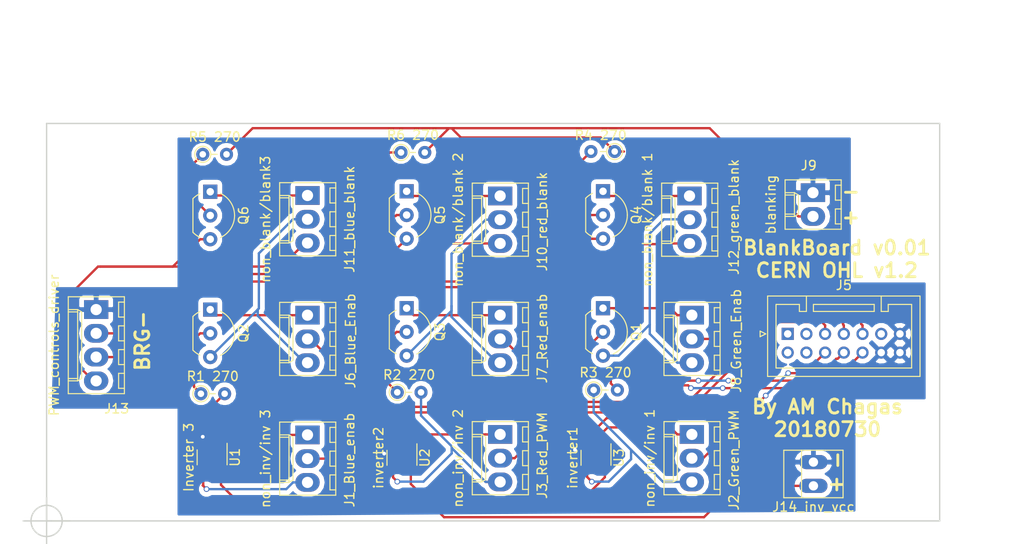
<source format=kicad_pcb>
(kicad_pcb (version 20171130) (host pcbnew "(5.0.0)")

  (general
    (thickness 1.6)
    (drawings 16)
    (tracks 243)
    (zones 0)
    (modules 32)
    (nets 39)
  )

  (page A4)
  (layers
    (0 F.Cu signal)
    (31 B.Cu signal)
    (32 B.Adhes user)
    (33 F.Adhes user)
    (34 B.Paste user)
    (35 F.Paste user)
    (36 B.SilkS user)
    (37 F.SilkS user)
    (38 B.Mask user)
    (39 F.Mask user)
    (40 Dwgs.User user)
    (41 Cmts.User user)
    (42 Eco1.User user)
    (43 Eco2.User user)
    (44 Edge.Cuts user)
    (45 Margin user)
    (46 B.CrtYd user)
    (47 F.CrtYd user)
    (48 B.Fab user)
    (49 F.Fab user)
  )

  (setup
    (last_trace_width 0.25)
    (trace_clearance 0.2)
    (zone_clearance 0.508)
    (zone_45_only no)
    (trace_min 0.2)
    (segment_width 0.2)
    (edge_width 0.15)
    (via_size 0.6)
    (via_drill 0.4)
    (via_min_size 0.4)
    (via_min_drill 0.3)
    (uvia_size 0.3)
    (uvia_drill 0.1)
    (uvias_allowed no)
    (uvia_min_size 0.2)
    (uvia_min_drill 0.1)
    (pcb_text_width 0.3)
    (pcb_text_size 1.5 1.5)
    (mod_edge_width 0.15)
    (mod_text_size 1 1)
    (mod_text_width 0.15)
    (pad_size 0.7 0.51)
    (pad_drill 0)
    (pad_to_mask_clearance 0.2)
    (aux_axis_origin 173.45 83.275)
    (grid_origin 258.95 46.275)
    (visible_elements 7FFFFFFF)
    (pcbplotparams
      (layerselection 0x3ffff_ffffffff)
      (usegerberextensions false)
      (usegerberattributes false)
      (usegerberadvancedattributes false)
      (creategerberjobfile false)
      (excludeedgelayer true)
      (linewidth 0.100000)
      (plotframeref false)
      (viasonmask false)
      (mode 1)
      (useauxorigin false)
      (hpglpennumber 1)
      (hpglpenspeed 20)
      (hpglpendiameter 15.000000)
      (psnegative false)
      (psa4output false)
      (plotreference true)
      (plotvalue true)
      (plotinvisibletext false)
      (padsonsilk false)
      (subtractmaskfromsilk false)
      (outputformat 1)
      (mirror false)
      (drillshape 0)
      (scaleselection 1)
      (outputdirectory "gerber/"))
  )

  (net 0 "")
  (net 1 "Net-(J1-Pad1)")
  (net 2 "Net-(J1-Pad2)")
  (net 3 "Net-(J1-Pad3)")
  (net 4 "Net-(J2-Pad1)")
  (net 5 "Net-(J2-Pad2)")
  (net 6 "Net-(J2-Pad3)")
  (net 7 "Net-(J3-Pad1)")
  (net 8 "Net-(J3-Pad2)")
  (net 9 "Net-(J3-Pad3)")
  (net 10 GND)
  (net 11 "Net-(J5-Pad1)")
  (net 12 "Net-(J5-Pad3)")
  (net 13 "Net-(J5-Pad11)")
  (net 14 "Net-(J5-Pad2)")
  (net 15 "Net-(J5-Pad4)")
  (net 16 "Net-(J6-Pad1)")
  (net 17 "Net-(J11-Pad2)")
  (net 18 "Net-(J7-Pad1)")
  (net 19 "Net-(J10-Pad2)")
  (net 20 "Net-(J8-Pad1)")
  (net 21 "Net-(J12-Pad2)")
  (net 22 "Net-(J9-Pad2)")
  (net 23 "Net-(J10-Pad1)")
  (net 24 "Net-(J10-Pad3)")
  (net 25 "Net-(J11-Pad1)")
  (net 26 "Net-(J11-Pad3)")
  (net 27 "Net-(J12-Pad1)")
  (net 28 "Net-(J12-Pad3)")
  (net 29 "Net-(J14-Pad1)")
  (net 30 "Net-(Q1-Pad2)")
  (net 31 "Net-(Q2-Pad2)")
  (net 32 "Net-(Q3-Pad2)")
  (net 33 "Net-(Q4-Pad2)")
  (net 34 "Net-(Q5-Pad2)")
  (net 35 "Net-(Q6-Pad2)")
  (net 36 "Net-(J5-Pad9)")
  (net 37 "Net-(J5-Pad8)")
  (net 38 "Net-(J5-Pad10)")

  (net_class Default "This is the default net class."
    (clearance 0.2)
    (trace_width 0.25)
    (via_dia 0.6)
    (via_drill 0.4)
    (uvia_dia 0.3)
    (uvia_drill 0.1)
    (add_net GND)
    (add_net "Net-(J1-Pad1)")
    (add_net "Net-(J1-Pad2)")
    (add_net "Net-(J1-Pad3)")
    (add_net "Net-(J10-Pad1)")
    (add_net "Net-(J10-Pad2)")
    (add_net "Net-(J10-Pad3)")
    (add_net "Net-(J11-Pad1)")
    (add_net "Net-(J11-Pad2)")
    (add_net "Net-(J11-Pad3)")
    (add_net "Net-(J12-Pad1)")
    (add_net "Net-(J12-Pad2)")
    (add_net "Net-(J12-Pad3)")
    (add_net "Net-(J14-Pad1)")
    (add_net "Net-(J2-Pad1)")
    (add_net "Net-(J2-Pad2)")
    (add_net "Net-(J2-Pad3)")
    (add_net "Net-(J3-Pad1)")
    (add_net "Net-(J3-Pad2)")
    (add_net "Net-(J3-Pad3)")
    (add_net "Net-(J5-Pad1)")
    (add_net "Net-(J5-Pad10)")
    (add_net "Net-(J5-Pad11)")
    (add_net "Net-(J5-Pad2)")
    (add_net "Net-(J5-Pad3)")
    (add_net "Net-(J5-Pad4)")
    (add_net "Net-(J5-Pad8)")
    (add_net "Net-(J5-Pad9)")
    (add_net "Net-(J6-Pad1)")
    (add_net "Net-(J7-Pad1)")
    (add_net "Net-(J8-Pad1)")
    (add_net "Net-(J9-Pad2)")
    (add_net "Net-(Q1-Pad2)")
    (add_net "Net-(Q2-Pad2)")
    (add_net "Net-(Q3-Pad2)")
    (add_net "Net-(Q4-Pad2)")
    (add_net "Net-(Q5-Pad2)")
    (add_net "Net-(Q6-Pad2)")
  )

  (module Connectors_Molex:Molex_KK-6410-03_03x2.54mm_Straight (layer F.Cu) (tedit 5B5F07F2) (tstamp 5B56DC64)
    (at 242.45 61.275 270)
    (descr "Connector Headers with Friction Lock, 22-27-2031, http://www.molex.com/pdm_docs/sd/022272021_sd.pdf")
    (tags "connector molex kk_6410 22-27-2031")
    (path /5B5207DB)
    (fp_text reference J8_Green_Enab (at 2.75 -4.75 270) (layer F.SilkS)
      (effects (font (size 1 1) (thickness 0.15)))
    )
    (fp_text value Conn_01x03_Male (at 2.54 4.5 270) (layer F.Fab)
      (effects (font (size 1 1) (thickness 0.15)))
    )
    (fp_line (start -1.47 -3.12) (end -1.47 3.08) (layer F.Fab) (width 0.12))
    (fp_line (start -1.47 3.08) (end 6.55 3.08) (layer F.Fab) (width 0.12))
    (fp_line (start 6.55 3.08) (end 6.55 -3.12) (layer F.Fab) (width 0.12))
    (fp_line (start 6.55 -3.12) (end -1.47 -3.12) (layer F.Fab) (width 0.12))
    (fp_line (start -1.37 -3.02) (end -1.37 2.98) (layer F.SilkS) (width 0.12))
    (fp_line (start -1.37 2.98) (end 6.45 2.98) (layer F.SilkS) (width 0.12))
    (fp_line (start 6.45 2.98) (end 6.45 -3.02) (layer F.SilkS) (width 0.12))
    (fp_line (start 6.45 -3.02) (end -1.37 -3.02) (layer F.SilkS) (width 0.12))
    (fp_line (start 0 2.98) (end 0 1.98) (layer F.SilkS) (width 0.12))
    (fp_line (start 0 1.98) (end 5.08 1.98) (layer F.SilkS) (width 0.12))
    (fp_line (start 5.08 1.98) (end 5.08 2.98) (layer F.SilkS) (width 0.12))
    (fp_line (start 0 1.98) (end 0.25 1.55) (layer F.SilkS) (width 0.12))
    (fp_line (start 0.25 1.55) (end 4.83 1.55) (layer F.SilkS) (width 0.12))
    (fp_line (start 4.83 1.55) (end 5.08 1.98) (layer F.SilkS) (width 0.12))
    (fp_line (start 0.25 2.98) (end 0.25 1.98) (layer F.SilkS) (width 0.12))
    (fp_line (start 4.83 2.98) (end 4.83 1.98) (layer F.SilkS) (width 0.12))
    (fp_line (start -0.8 -3.02) (end -0.8 -2.4) (layer F.SilkS) (width 0.12))
    (fp_line (start -0.8 -2.4) (end 0.8 -2.4) (layer F.SilkS) (width 0.12))
    (fp_line (start 0.8 -2.4) (end 0.8 -3.02) (layer F.SilkS) (width 0.12))
    (fp_line (start 1.74 -3.02) (end 1.74 -2.4) (layer F.SilkS) (width 0.12))
    (fp_line (start 1.74 -2.4) (end 3.34 -2.4) (layer F.SilkS) (width 0.12))
    (fp_line (start 3.34 -2.4) (end 3.34 -3.02) (layer F.SilkS) (width 0.12))
    (fp_line (start 4.28 -3.02) (end 4.28 -2.4) (layer F.SilkS) (width 0.12))
    (fp_line (start 4.28 -2.4) (end 5.88 -2.4) (layer F.SilkS) (width 0.12))
    (fp_line (start 5.88 -2.4) (end 5.88 -3.02) (layer F.SilkS) (width 0.12))
    (fp_line (start -1.9 3.5) (end -1.9 -3.55) (layer F.CrtYd) (width 0.05))
    (fp_line (start -1.9 -3.55) (end 7 -3.55) (layer F.CrtYd) (width 0.05))
    (fp_line (start 7 -3.55) (end 7 3.5) (layer F.CrtYd) (width 0.05))
    (fp_line (start 7 3.5) (end -1.9 3.5) (layer F.CrtYd) (width 0.05))
    (fp_text user %R (at 2.54 0 270) (layer F.Fab)
      (effects (font (size 1 1) (thickness 0.15)))
    )
    (pad 1 thru_hole rect (at 0 0 270) (size 2 2.6) (drill 1.2) (layers *.Cu *.Mask)
      (net 20 "Net-(J8-Pad1)"))
    (pad 2 thru_hole oval (at 2.54 0 270) (size 2 2.6) (drill 1.2) (layers *.Cu *.Mask)
      (net 36 "Net-(J5-Pad9)"))
    (pad 3 thru_hole oval (at 5.08 0 270) (size 2 2.6) (drill 1.2) (layers *.Cu *.Mask)
      (net 21 "Net-(J12-Pad2)"))
    (model ${KISYS3DMOD}/Connectors_Molex.3dshapes/Molex_KK-6410-03_03x2.54mm_Straight.wrl
      (at (xyz 0 0 0))
      (scale (xyz 1 1 1))
      (rotate (xyz 0 0 0))
    )
  )

  (module Connectors_Molex:Molex_KK-6410-03_03x2.54mm_Straight (layer F.Cu) (tedit 5B5F0829) (tstamp 5B56DC7F)
    (at 242.2 48.525 270)
    (descr "Connector Headers with Friction Lock, 22-27-2031, http://www.molex.com/pdm_docs/sd/022272021_sd.pdf")
    (tags "connector molex kk_6410 22-27-2031")
    (path /5B5204E7)
    (fp_text reference J12_green_blank (at 2.25 -4.75 270) (layer F.SilkS)
      (effects (font (size 1 1) (thickness 0.15)))
    )
    (fp_text value "non_blank/blank 1" (at 2.54 4.5 270) (layer F.SilkS)
      (effects (font (size 1 1) (thickness 0.15)))
    )
    (fp_line (start -1.47 -3.12) (end -1.47 3.08) (layer F.Fab) (width 0.12))
    (fp_line (start -1.47 3.08) (end 6.55 3.08) (layer F.Fab) (width 0.12))
    (fp_line (start 6.55 3.08) (end 6.55 -3.12) (layer F.Fab) (width 0.12))
    (fp_line (start 6.55 -3.12) (end -1.47 -3.12) (layer F.Fab) (width 0.12))
    (fp_line (start -1.37 -3.02) (end -1.37 2.98) (layer F.SilkS) (width 0.12))
    (fp_line (start -1.37 2.98) (end 6.45 2.98) (layer F.SilkS) (width 0.12))
    (fp_line (start 6.45 2.98) (end 6.45 -3.02) (layer F.SilkS) (width 0.12))
    (fp_line (start 6.45 -3.02) (end -1.37 -3.02) (layer F.SilkS) (width 0.12))
    (fp_line (start 0 2.98) (end 0 1.98) (layer F.SilkS) (width 0.12))
    (fp_line (start 0 1.98) (end 5.08 1.98) (layer F.SilkS) (width 0.12))
    (fp_line (start 5.08 1.98) (end 5.08 2.98) (layer F.SilkS) (width 0.12))
    (fp_line (start 0 1.98) (end 0.25 1.55) (layer F.SilkS) (width 0.12))
    (fp_line (start 0.25 1.55) (end 4.83 1.55) (layer F.SilkS) (width 0.12))
    (fp_line (start 4.83 1.55) (end 5.08 1.98) (layer F.SilkS) (width 0.12))
    (fp_line (start 0.25 2.98) (end 0.25 1.98) (layer F.SilkS) (width 0.12))
    (fp_line (start 4.83 2.98) (end 4.83 1.98) (layer F.SilkS) (width 0.12))
    (fp_line (start -0.8 -3.02) (end -0.8 -2.4) (layer F.SilkS) (width 0.12))
    (fp_line (start -0.8 -2.4) (end 0.8 -2.4) (layer F.SilkS) (width 0.12))
    (fp_line (start 0.8 -2.4) (end 0.8 -3.02) (layer F.SilkS) (width 0.12))
    (fp_line (start 1.74 -3.02) (end 1.74 -2.4) (layer F.SilkS) (width 0.12))
    (fp_line (start 1.74 -2.4) (end 3.34 -2.4) (layer F.SilkS) (width 0.12))
    (fp_line (start 3.34 -2.4) (end 3.34 -3.02) (layer F.SilkS) (width 0.12))
    (fp_line (start 4.28 -3.02) (end 4.28 -2.4) (layer F.SilkS) (width 0.12))
    (fp_line (start 4.28 -2.4) (end 5.88 -2.4) (layer F.SilkS) (width 0.12))
    (fp_line (start 5.88 -2.4) (end 5.88 -3.02) (layer F.SilkS) (width 0.12))
    (fp_line (start -1.9 3.5) (end -1.9 -3.55) (layer F.CrtYd) (width 0.05))
    (fp_line (start -1.9 -3.55) (end 7 -3.55) (layer F.CrtYd) (width 0.05))
    (fp_line (start 7 -3.55) (end 7 3.5) (layer F.CrtYd) (width 0.05))
    (fp_line (start 7 3.5) (end -1.9 3.5) (layer F.CrtYd) (width 0.05))
    (fp_text user %R (at 2.54 0 270) (layer F.Fab)
      (effects (font (size 1 1) (thickness 0.15)))
    )
    (pad 1 thru_hole rect (at 0 0 270) (size 2 2.6) (drill 1.2) (layers *.Cu *.Mask)
      (net 27 "Net-(J12-Pad1)"))
    (pad 2 thru_hole oval (at 2.54 0 270) (size 2 2.6) (drill 1.2) (layers *.Cu *.Mask)
      (net 21 "Net-(J12-Pad2)"))
    (pad 3 thru_hole oval (at 5.08 0 270) (size 2 2.6) (drill 1.2) (layers *.Cu *.Mask)
      (net 28 "Net-(J12-Pad3)"))
    (model ${KISYS3DMOD}/Connectors_Molex.3dshapes/Molex_KK-6410-03_03x2.54mm_Straight.wrl
      (at (xyz 0 0 0))
      (scale (xyz 1 1 1))
      (rotate (xyz 0 0 0))
    )
  )

  (module Housings_SSOP:TSOP-5_1.65x3.05mm_Pitch0.95mm (layer F.Cu) (tedit 5B5F0573) (tstamp 5B56DCED)
    (at 211.45 76.525 270)
    (descr "TSOP-5 package (comparable to TSOT-23), https://www.vishay.com/docs/71200/71200.pdf")
    (tags "Jedec MO-193C TSOP-5L")
    (path /5B52336B)
    (attr smd)
    (fp_text reference U2 (at 0 -2.45 270) (layer F.SilkS)
      (effects (font (size 1 1) (thickness 0.15)))
    )
    (fp_text value inverter2 (at 0 2.5 270) (layer F.SilkS)
      (effects (font (size 1 1) (thickness 0.15)))
    )
    (fp_text user %R (at 0 0) (layer F.Fab)
      (effects (font (size 0.5 0.5) (thickness 0.075)))
    )
    (fp_line (start -0.8 1.6) (end 0.8 1.6) (layer F.SilkS) (width 0.12))
    (fp_line (start 0.8 -1.6) (end -1.5 -1.6) (layer F.SilkS) (width 0.12))
    (fp_line (start -0.825 -1.1) (end -0.425 -1.525) (layer F.Fab) (width 0.1))
    (fp_line (start 0.825 -1.525) (end -0.425 -1.525) (layer F.Fab) (width 0.1))
    (fp_line (start -0.825 -1.1) (end -0.825 1.525) (layer F.Fab) (width 0.1))
    (fp_line (start 0.825 1.525) (end -0.825 1.525) (layer F.Fab) (width 0.1))
    (fp_line (start 0.825 -1.525) (end 0.825 1.525) (layer F.Fab) (width 0.1))
    (fp_line (start -1.76 -1.78) (end 1.76 -1.78) (layer F.CrtYd) (width 0.05))
    (fp_line (start -1.76 -1.78) (end -1.76 1.77) (layer F.CrtYd) (width 0.05))
    (fp_line (start 1.76 1.77) (end 1.76 -1.78) (layer F.CrtYd) (width 0.05))
    (fp_line (start 1.76 1.77) (end -1.76 1.77) (layer F.CrtYd) (width 0.05))
    (pad 1 smd rect (at -1.16 -0.95 270) (size 0.7 0.51) (layers F.Cu F.Paste F.Mask))
    (pad 2 smd rect (at -1.16 0 270) (size 0.7 0.51) (layers F.Cu F.Paste F.Mask)
      (net 7 "Net-(J3-Pad1)"))
    (pad 3 smd rect (at -1.16 0.95 270) (size 0.7 0.51) (layers F.Cu F.Paste F.Mask)
      (net 10 GND))
    (pad 4 smd rect (at 1.16 0.95 270) (size 0.7 0.51) (layers F.Cu F.Paste F.Mask)
      (net 9 "Net-(J3-Pad3)"))
    (pad 5 smd rect (at 1.16 -0.95 270) (size 0.7 0.51) (layers F.Cu F.Paste F.Mask)
      (net 29 "Net-(J14-Pad1)"))
    (model ${KISYS3DMOD}/Housings_SSOP.3dshapes/TSOP-5_1.65x3.05mm_Pitch0.95mm.wrl
      (at (xyz 0 0 0))
      (scale (xyz 1 1 1))
      (rotate (xyz 0 0 0))
    )
  )

  (module Connectors_Molex:Molex_KK-6410-03_03x2.54mm_Straight (layer F.Cu) (tedit 5B5F08F3) (tstamp 5B56DC24)
    (at 201.35 74.075 270)
    (descr "Connector Headers with Friction Lock, 22-27-2031, http://www.molex.com/pdm_docs/sd/022272021_sd.pdf")
    (tags "connector molex kk_6410 22-27-2031")
    (path /5B5218FD)
    (fp_text reference J1_Blue_enab (at 2.7 -4.5 270) (layer F.SilkS)
      (effects (font (size 1 1) (thickness 0.15)))
    )
    (fp_text value "non_inv/inv 3" (at 2.54 4.5 270) (layer F.SilkS)
      (effects (font (size 1 1) (thickness 0.15)))
    )
    (fp_line (start -1.47 -3.12) (end -1.47 3.08) (layer F.Fab) (width 0.12))
    (fp_line (start -1.47 3.08) (end 6.55 3.08) (layer F.Fab) (width 0.12))
    (fp_line (start 6.55 3.08) (end 6.55 -3.12) (layer F.Fab) (width 0.12))
    (fp_line (start 6.55 -3.12) (end -1.47 -3.12) (layer F.Fab) (width 0.12))
    (fp_line (start -1.37 -3.02) (end -1.37 2.98) (layer F.SilkS) (width 0.12))
    (fp_line (start -1.37 2.98) (end 6.45 2.98) (layer F.SilkS) (width 0.12))
    (fp_line (start 6.45 2.98) (end 6.45 -3.02) (layer F.SilkS) (width 0.12))
    (fp_line (start 6.45 -3.02) (end -1.37 -3.02) (layer F.SilkS) (width 0.12))
    (fp_line (start 0 2.98) (end 0 1.98) (layer F.SilkS) (width 0.12))
    (fp_line (start 0 1.98) (end 5.08 1.98) (layer F.SilkS) (width 0.12))
    (fp_line (start 5.08 1.98) (end 5.08 2.98) (layer F.SilkS) (width 0.12))
    (fp_line (start 0 1.98) (end 0.25 1.55) (layer F.SilkS) (width 0.12))
    (fp_line (start 0.25 1.55) (end 4.83 1.55) (layer F.SilkS) (width 0.12))
    (fp_line (start 4.83 1.55) (end 5.08 1.98) (layer F.SilkS) (width 0.12))
    (fp_line (start 0.25 2.98) (end 0.25 1.98) (layer F.SilkS) (width 0.12))
    (fp_line (start 4.83 2.98) (end 4.83 1.98) (layer F.SilkS) (width 0.12))
    (fp_line (start -0.8 -3.02) (end -0.8 -2.4) (layer F.SilkS) (width 0.12))
    (fp_line (start -0.8 -2.4) (end 0.8 -2.4) (layer F.SilkS) (width 0.12))
    (fp_line (start 0.8 -2.4) (end 0.8 -3.02) (layer F.SilkS) (width 0.12))
    (fp_line (start 1.74 -3.02) (end 1.74 -2.4) (layer F.SilkS) (width 0.12))
    (fp_line (start 1.74 -2.4) (end 3.34 -2.4) (layer F.SilkS) (width 0.12))
    (fp_line (start 3.34 -2.4) (end 3.34 -3.02) (layer F.SilkS) (width 0.12))
    (fp_line (start 4.28 -3.02) (end 4.28 -2.4) (layer F.SilkS) (width 0.12))
    (fp_line (start 4.28 -2.4) (end 5.88 -2.4) (layer F.SilkS) (width 0.12))
    (fp_line (start 5.88 -2.4) (end 5.88 -3.02) (layer F.SilkS) (width 0.12))
    (fp_line (start -1.9 3.5) (end -1.9 -3.55) (layer F.CrtYd) (width 0.05))
    (fp_line (start -1.9 -3.55) (end 7 -3.55) (layer F.CrtYd) (width 0.05))
    (fp_line (start 7 -3.55) (end 7 3.5) (layer F.CrtYd) (width 0.05))
    (fp_line (start 7 3.5) (end -1.9 3.5) (layer F.CrtYd) (width 0.05))
    (fp_text user %R (at 2.54 0 270) (layer F.Fab)
      (effects (font (size 1 1) (thickness 0.15)))
    )
    (pad 1 thru_hole rect (at 0 0 270) (size 2 2.6) (drill 1.2) (layers *.Cu *.Mask)
      (net 1 "Net-(J1-Pad1)"))
    (pad 2 thru_hole oval (at 2.54 0 270) (size 2 2.6) (drill 1.2) (layers *.Cu *.Mask)
      (net 2 "Net-(J1-Pad2)"))
    (pad 3 thru_hole oval (at 5.08 0 270) (size 2 2.6) (drill 1.2) (layers *.Cu *.Mask)
      (net 3 "Net-(J1-Pad3)"))
    (model ${KISYS3DMOD}/Connectors_Molex.3dshapes/Molex_KK-6410-03_03x2.54mm_Straight.wrl
      (at (xyz 0 0 0))
      (scale (xyz 1 1 1))
      (rotate (xyz 0 0 0))
    )
  )

  (module Connectors_Molex:Molex_KK-6410-03_03x2.54mm_Straight (layer F.Cu) (tedit 5B5F07EC) (tstamp 5B56DC2B)
    (at 242.45 74.025 270)
    (descr "Connector Headers with Friction Lock, 22-27-2031, http://www.molex.com/pdm_docs/sd/022272021_sd.pdf")
    (tags "connector molex kk_6410 22-27-2031")
    (path /5B51F9E6)
    (fp_text reference J2_Green_PWM (at 2.75 -4.5 270) (layer F.SilkS)
      (effects (font (size 1 1) (thickness 0.15)))
    )
    (fp_text value "non_inv/inv 1" (at 2.54 4.5 270) (layer F.SilkS)
      (effects (font (size 1 1) (thickness 0.15)))
    )
    (fp_line (start -1.47 -3.12) (end -1.47 3.08) (layer F.Fab) (width 0.12))
    (fp_line (start -1.47 3.08) (end 6.55 3.08) (layer F.Fab) (width 0.12))
    (fp_line (start 6.55 3.08) (end 6.55 -3.12) (layer F.Fab) (width 0.12))
    (fp_line (start 6.55 -3.12) (end -1.47 -3.12) (layer F.Fab) (width 0.12))
    (fp_line (start -1.37 -3.02) (end -1.37 2.98) (layer F.SilkS) (width 0.12))
    (fp_line (start -1.37 2.98) (end 6.45 2.98) (layer F.SilkS) (width 0.12))
    (fp_line (start 6.45 2.98) (end 6.45 -3.02) (layer F.SilkS) (width 0.12))
    (fp_line (start 6.45 -3.02) (end -1.37 -3.02) (layer F.SilkS) (width 0.12))
    (fp_line (start 0 2.98) (end 0 1.98) (layer F.SilkS) (width 0.12))
    (fp_line (start 0 1.98) (end 5.08 1.98) (layer F.SilkS) (width 0.12))
    (fp_line (start 5.08 1.98) (end 5.08 2.98) (layer F.SilkS) (width 0.12))
    (fp_line (start 0 1.98) (end 0.25 1.55) (layer F.SilkS) (width 0.12))
    (fp_line (start 0.25 1.55) (end 4.83 1.55) (layer F.SilkS) (width 0.12))
    (fp_line (start 4.83 1.55) (end 5.08 1.98) (layer F.SilkS) (width 0.12))
    (fp_line (start 0.25 2.98) (end 0.25 1.98) (layer F.SilkS) (width 0.12))
    (fp_line (start 4.83 2.98) (end 4.83 1.98) (layer F.SilkS) (width 0.12))
    (fp_line (start -0.8 -3.02) (end -0.8 -2.4) (layer F.SilkS) (width 0.12))
    (fp_line (start -0.8 -2.4) (end 0.8 -2.4) (layer F.SilkS) (width 0.12))
    (fp_line (start 0.8 -2.4) (end 0.8 -3.02) (layer F.SilkS) (width 0.12))
    (fp_line (start 1.74 -3.02) (end 1.74 -2.4) (layer F.SilkS) (width 0.12))
    (fp_line (start 1.74 -2.4) (end 3.34 -2.4) (layer F.SilkS) (width 0.12))
    (fp_line (start 3.34 -2.4) (end 3.34 -3.02) (layer F.SilkS) (width 0.12))
    (fp_line (start 4.28 -3.02) (end 4.28 -2.4) (layer F.SilkS) (width 0.12))
    (fp_line (start 4.28 -2.4) (end 5.88 -2.4) (layer F.SilkS) (width 0.12))
    (fp_line (start 5.88 -2.4) (end 5.88 -3.02) (layer F.SilkS) (width 0.12))
    (fp_line (start -1.9 3.5) (end -1.9 -3.55) (layer F.CrtYd) (width 0.05))
    (fp_line (start -1.9 -3.55) (end 7 -3.55) (layer F.CrtYd) (width 0.05))
    (fp_line (start 7 -3.55) (end 7 3.5) (layer F.CrtYd) (width 0.05))
    (fp_line (start 7 3.5) (end -1.9 3.5) (layer F.CrtYd) (width 0.05))
    (fp_text user %R (at 2.54 0 270) (layer F.Fab)
      (effects (font (size 1 1) (thickness 0.15)))
    )
    (pad 1 thru_hole rect (at 0 0 270) (size 2 2.6) (drill 1.2) (layers *.Cu *.Mask)
      (net 4 "Net-(J2-Pad1)"))
    (pad 2 thru_hole oval (at 2.54 0 270) (size 2 2.6) (drill 1.2) (layers *.Cu *.Mask)
      (net 5 "Net-(J2-Pad2)"))
    (pad 3 thru_hole oval (at 5.08 0 270) (size 2 2.6) (drill 1.2) (layers *.Cu *.Mask)
      (net 6 "Net-(J2-Pad3)"))
    (model ${KISYS3DMOD}/Connectors_Molex.3dshapes/Molex_KK-6410-03_03x2.54mm_Straight.wrl
      (at (xyz 0 0 0))
      (scale (xyz 1 1 1))
      (rotate (xyz 0 0 0))
    )
  )

  (module Connectors_Molex:Molex_KK-6410-03_03x2.54mm_Straight (layer F.Cu) (tedit 5B5F08B3) (tstamp 5B56DC32)
    (at 221.95 74.025 270)
    (descr "Connector Headers with Friction Lock, 22-27-2031, http://www.molex.com/pdm_docs/sd/022272021_sd.pdf")
    (tags "connector molex kk_6410 22-27-2031")
    (path /5B52174D)
    (fp_text reference J3_Red_PWM (at 2.25 -4.5 270) (layer F.SilkS)
      (effects (font (size 1 1) (thickness 0.15)))
    )
    (fp_text value "non_inv/inv 2" (at 2.54 4.5 270) (layer F.SilkS)
      (effects (font (size 1 1) (thickness 0.15)))
    )
    (fp_line (start -1.47 -3.12) (end -1.47 3.08) (layer F.Fab) (width 0.12))
    (fp_line (start -1.47 3.08) (end 6.55 3.08) (layer F.Fab) (width 0.12))
    (fp_line (start 6.55 3.08) (end 6.55 -3.12) (layer F.Fab) (width 0.12))
    (fp_line (start 6.55 -3.12) (end -1.47 -3.12) (layer F.Fab) (width 0.12))
    (fp_line (start -1.37 -3.02) (end -1.37 2.98) (layer F.SilkS) (width 0.12))
    (fp_line (start -1.37 2.98) (end 6.45 2.98) (layer F.SilkS) (width 0.12))
    (fp_line (start 6.45 2.98) (end 6.45 -3.02) (layer F.SilkS) (width 0.12))
    (fp_line (start 6.45 -3.02) (end -1.37 -3.02) (layer F.SilkS) (width 0.12))
    (fp_line (start 0 2.98) (end 0 1.98) (layer F.SilkS) (width 0.12))
    (fp_line (start 0 1.98) (end 5.08 1.98) (layer F.SilkS) (width 0.12))
    (fp_line (start 5.08 1.98) (end 5.08 2.98) (layer F.SilkS) (width 0.12))
    (fp_line (start 0 1.98) (end 0.25 1.55) (layer F.SilkS) (width 0.12))
    (fp_line (start 0.25 1.55) (end 4.83 1.55) (layer F.SilkS) (width 0.12))
    (fp_line (start 4.83 1.55) (end 5.08 1.98) (layer F.SilkS) (width 0.12))
    (fp_line (start 0.25 2.98) (end 0.25 1.98) (layer F.SilkS) (width 0.12))
    (fp_line (start 4.83 2.98) (end 4.83 1.98) (layer F.SilkS) (width 0.12))
    (fp_line (start -0.8 -3.02) (end -0.8 -2.4) (layer F.SilkS) (width 0.12))
    (fp_line (start -0.8 -2.4) (end 0.8 -2.4) (layer F.SilkS) (width 0.12))
    (fp_line (start 0.8 -2.4) (end 0.8 -3.02) (layer F.SilkS) (width 0.12))
    (fp_line (start 1.74 -3.02) (end 1.74 -2.4) (layer F.SilkS) (width 0.12))
    (fp_line (start 1.74 -2.4) (end 3.34 -2.4) (layer F.SilkS) (width 0.12))
    (fp_line (start 3.34 -2.4) (end 3.34 -3.02) (layer F.SilkS) (width 0.12))
    (fp_line (start 4.28 -3.02) (end 4.28 -2.4) (layer F.SilkS) (width 0.12))
    (fp_line (start 4.28 -2.4) (end 5.88 -2.4) (layer F.SilkS) (width 0.12))
    (fp_line (start 5.88 -2.4) (end 5.88 -3.02) (layer F.SilkS) (width 0.12))
    (fp_line (start -1.9 3.5) (end -1.9 -3.55) (layer F.CrtYd) (width 0.05))
    (fp_line (start -1.9 -3.55) (end 7 -3.55) (layer F.CrtYd) (width 0.05))
    (fp_line (start 7 -3.55) (end 7 3.5) (layer F.CrtYd) (width 0.05))
    (fp_line (start 7 3.5) (end -1.9 3.5) (layer F.CrtYd) (width 0.05))
    (fp_text user %R (at 2.54 0 270) (layer F.Fab)
      (effects (font (size 1 1) (thickness 0.15)))
    )
    (pad 1 thru_hole rect (at 0 0 270) (size 2 2.6) (drill 1.2) (layers *.Cu *.Mask)
      (net 7 "Net-(J3-Pad1)"))
    (pad 2 thru_hole oval (at 2.54 0 270) (size 2 2.6) (drill 1.2) (layers *.Cu *.Mask)
      (net 8 "Net-(J3-Pad2)"))
    (pad 3 thru_hole oval (at 5.08 0 270) (size 2 2.6) (drill 1.2) (layers *.Cu *.Mask)
      (net 9 "Net-(J3-Pad3)"))
    (model ${KISYS3DMOD}/Connectors_Molex.3dshapes/Molex_KK-6410-03_03x2.54mm_Straight.wrl
      (at (xyz 0 0 0))
      (scale (xyz 1 1 1))
      (rotate (xyz 0 0 0))
    )
  )

  (module Connectors_JST:JST_PUD_B14B-PUDSS_2x07x2.00mm_Straight (layer F.Cu) (tedit 58EAECA1) (tstamp 5B56DC4F)
    (at 252.7 63.275)
    (descr "JST PUD series connector, dual row, B14B-PUDSS, top entry type, through hole")
    (tags "connector jst pud vertical")
    (path /5B4F523D)
    (fp_text reference J5 (at 6 -5.2) (layer F.SilkS)
      (effects (font (size 1 1) (thickness 0.15)))
    )
    (fp_text value to_LCr_J29 (at 6 5.8) (layer F.Fab)
      (effects (font (size 1 1) (thickness 0.15)))
    )
    (fp_line (start -2 -3.9) (end -2 4.4) (layer F.Fab) (width 0.1))
    (fp_line (start -2 4.4) (end 14 4.4) (layer F.Fab) (width 0.1))
    (fp_line (start 14 4.4) (end 14 -3.9) (layer F.Fab) (width 0.1))
    (fp_line (start 14 -3.9) (end -2 -3.9) (layer F.Fab) (width 0.1))
    (fp_line (start 2.75 -3.15) (end 2.75 -2.4) (layer F.SilkS) (width 0.12))
    (fp_line (start 2.75 -2.4) (end 9.25 -2.4) (layer F.SilkS) (width 0.12))
    (fp_line (start 9.25 -2.4) (end 9.25 -3.15) (layer F.SilkS) (width 0.12))
    (fp_line (start 9.25 -3.15) (end 2.75 -3.15) (layer F.SilkS) (width 0.12))
    (fp_line (start 2 -4.05) (end 2 -2.4) (layer F.SilkS) (width 0.12))
    (fp_line (start 2 -2.4) (end 1.25 -2.4) (layer F.SilkS) (width 0.12))
    (fp_line (start 1.25 -2.4) (end 1.25 -3.15) (layer F.SilkS) (width 0.12))
    (fp_line (start 1.25 -3.15) (end -1.25 -3.15) (layer F.SilkS) (width 0.12))
    (fp_line (start -1.25 -3.15) (end -1.25 3.65) (layer F.SilkS) (width 0.12))
    (fp_line (start -1.25 3.65) (end 6 3.65) (layer F.SilkS) (width 0.12))
    (fp_line (start 10 -4.05) (end 10 -2.4) (layer F.SilkS) (width 0.12))
    (fp_line (start 10 -2.4) (end 10.75 -2.4) (layer F.SilkS) (width 0.12))
    (fp_line (start 10.75 -2.4) (end 10.75 -3.15) (layer F.SilkS) (width 0.12))
    (fp_line (start 10.75 -3.15) (end 13.25 -3.15) (layer F.SilkS) (width 0.12))
    (fp_line (start 13.25 -3.15) (end 13.25 3.65) (layer F.SilkS) (width 0.12))
    (fp_line (start 13.25 3.65) (end 6 3.65) (layer F.SilkS) (width 0.12))
    (fp_line (start -2.15 -4.05) (end -2.15 4.55) (layer F.SilkS) (width 0.12))
    (fp_line (start -2.15 4.55) (end 14.15 4.55) (layer F.SilkS) (width 0.12))
    (fp_line (start 14.15 4.55) (end 14.15 -4.05) (layer F.SilkS) (width 0.12))
    (fp_line (start 14.15 -4.05) (end -2.15 -4.05) (layer F.SilkS) (width 0.12))
    (fp_line (start -2.65 -4.55) (end -2.65 5.05) (layer F.CrtYd) (width 0.05))
    (fp_line (start -2.65 5.05) (end 14.65 5.05) (layer F.CrtYd) (width 0.05))
    (fp_line (start 14.65 5.05) (end 14.65 -4.55) (layer F.CrtYd) (width 0.05))
    (fp_line (start 14.65 -4.55) (end -2.65 -4.55) (layer F.CrtYd) (width 0.05))
    (fp_line (start -2.35 0) (end -2.95 0.3) (layer F.SilkS) (width 0.12))
    (fp_line (start -2.95 0.3) (end -2.95 -0.3) (layer F.SilkS) (width 0.12))
    (fp_line (start -2.95 -0.3) (end -2.35 0) (layer F.SilkS) (width 0.12))
    (fp_line (start -2.35 0) (end -2.95 0.3) (layer F.Fab) (width 0.1))
    (fp_line (start -2.95 0.3) (end -2.95 -0.3) (layer F.Fab) (width 0.1))
    (fp_line (start -2.95 -0.3) (end -2.35 0) (layer F.Fab) (width 0.1))
    (fp_text user %R (at 6 -1.5) (layer F.Fab)
      (effects (font (size 1 1) (thickness 0.15)))
    )
    (pad 1 thru_hole rect (at 0 0) (size 1.3 1.3) (drill 0.8) (layers *.Cu *.Mask)
      (net 11 "Net-(J5-Pad1)"))
    (pad 3 thru_hole circle (at 2 0) (size 1.3 1.3) (drill 0.8) (layers *.Cu *.Mask)
      (net 12 "Net-(J5-Pad3)"))
    (pad 5 thru_hole circle (at 4 0) (size 1.3 1.3) (drill 0.8) (layers *.Cu *.Mask)
      (net 8 "Net-(J3-Pad2)"))
    (pad 7 thru_hole circle (at 6 0) (size 1.3 1.3) (drill 0.8) (layers *.Cu *.Mask)
      (net 2 "Net-(J1-Pad2)"))
    (pad 9 thru_hole circle (at 8 0) (size 1.3 1.3) (drill 0.8) (layers *.Cu *.Mask)
      (net 36 "Net-(J5-Pad9)"))
    (pad 11 thru_hole circle (at 10 0) (size 1.3 1.3) (drill 0.8) (layers *.Cu *.Mask)
      (net 13 "Net-(J5-Pad11)"))
    (pad 13 thru_hole circle (at 12 0) (size 1.3 1.3) (drill 0.8) (layers *.Cu *.Mask)
      (net 10 GND))
    (pad 2 thru_hole circle (at 0 2) (size 1.3 1.3) (drill 0.8) (layers *.Cu *.Mask)
      (net 14 "Net-(J5-Pad2)"))
    (pad 4 thru_hole circle (at 2 2) (size 1.3 1.3) (drill 0.8) (layers *.Cu *.Mask)
      (net 15 "Net-(J5-Pad4)"))
    (pad 6 thru_hole circle (at 4 2) (size 1.3 1.3) (drill 0.8) (layers *.Cu *.Mask)
      (net 5 "Net-(J2-Pad2)"))
    (pad 8 thru_hole circle (at 6 2) (size 1.3 1.3) (drill 0.8) (layers *.Cu *.Mask)
      (net 37 "Net-(J5-Pad8)"))
    (pad 10 thru_hole circle (at 8 2) (size 1.3 1.3) (drill 0.8) (layers *.Cu *.Mask)
      (net 38 "Net-(J5-Pad10)"))
    (pad 12 thru_hole circle (at 10 2) (size 1.3 1.3) (drill 0.8) (layers *.Cu *.Mask)
      (net 10 GND))
    (pad 14 thru_hole circle (at 12 2) (size 1.3 1.3) (drill 0.8) (layers *.Cu *.Mask)
      (net 10 GND))
    (model Connectors_JST.3dshapes/JST_PUD_B14B-PUDSS_2x07x2.00mm_Straight.wrl
      (at (xyz 0 0 0))
      (scale (xyz 1 1 1))
      (rotate (xyz 0 0 0))
    )
  )

  (module Connectors_Molex:Molex_KK-6410-03_03x2.54mm_Straight (layer F.Cu) (tedit 5B5F08D1) (tstamp 5B56DC56)
    (at 201.35 61.275 270)
    (descr "Connector Headers with Friction Lock, 22-27-2031, http://www.molex.com/pdm_docs/sd/022272021_sd.pdf")
    (tags "connector molex kk_6410 22-27-2031")
    (path /5B520C0F)
    (fp_text reference J6_Blue_Enab (at 2.75 -4.6 270) (layer F.SilkS)
      (effects (font (size 1 1) (thickness 0.15)))
    )
    (fp_text value "Conn_01x03_Male blue" (at 2.54 4.5 270) (layer F.Fab)
      (effects (font (size 1 1) (thickness 0.15)))
    )
    (fp_line (start -1.47 -3.12) (end -1.47 3.08) (layer F.Fab) (width 0.12))
    (fp_line (start -1.47 3.08) (end 6.55 3.08) (layer F.Fab) (width 0.12))
    (fp_line (start 6.55 3.08) (end 6.55 -3.12) (layer F.Fab) (width 0.12))
    (fp_line (start 6.55 -3.12) (end -1.47 -3.12) (layer F.Fab) (width 0.12))
    (fp_line (start -1.37 -3.02) (end -1.37 2.98) (layer F.SilkS) (width 0.12))
    (fp_line (start -1.37 2.98) (end 6.45 2.98) (layer F.SilkS) (width 0.12))
    (fp_line (start 6.45 2.98) (end 6.45 -3.02) (layer F.SilkS) (width 0.12))
    (fp_line (start 6.45 -3.02) (end -1.37 -3.02) (layer F.SilkS) (width 0.12))
    (fp_line (start 0 2.98) (end 0 1.98) (layer F.SilkS) (width 0.12))
    (fp_line (start 0 1.98) (end 5.08 1.98) (layer F.SilkS) (width 0.12))
    (fp_line (start 5.08 1.98) (end 5.08 2.98) (layer F.SilkS) (width 0.12))
    (fp_line (start 0 1.98) (end 0.25 1.55) (layer F.SilkS) (width 0.12))
    (fp_line (start 0.25 1.55) (end 4.83 1.55) (layer F.SilkS) (width 0.12))
    (fp_line (start 4.83 1.55) (end 5.08 1.98) (layer F.SilkS) (width 0.12))
    (fp_line (start 0.25 2.98) (end 0.25 1.98) (layer F.SilkS) (width 0.12))
    (fp_line (start 4.83 2.98) (end 4.83 1.98) (layer F.SilkS) (width 0.12))
    (fp_line (start -0.8 -3.02) (end -0.8 -2.4) (layer F.SilkS) (width 0.12))
    (fp_line (start -0.8 -2.4) (end 0.8 -2.4) (layer F.SilkS) (width 0.12))
    (fp_line (start 0.8 -2.4) (end 0.8 -3.02) (layer F.SilkS) (width 0.12))
    (fp_line (start 1.74 -3.02) (end 1.74 -2.4) (layer F.SilkS) (width 0.12))
    (fp_line (start 1.74 -2.4) (end 3.34 -2.4) (layer F.SilkS) (width 0.12))
    (fp_line (start 3.34 -2.4) (end 3.34 -3.02) (layer F.SilkS) (width 0.12))
    (fp_line (start 4.28 -3.02) (end 4.28 -2.4) (layer F.SilkS) (width 0.12))
    (fp_line (start 4.28 -2.4) (end 5.88 -2.4) (layer F.SilkS) (width 0.12))
    (fp_line (start 5.88 -2.4) (end 5.88 -3.02) (layer F.SilkS) (width 0.12))
    (fp_line (start -1.9 3.5) (end -1.9 -3.55) (layer F.CrtYd) (width 0.05))
    (fp_line (start -1.9 -3.55) (end 7 -3.55) (layer F.CrtYd) (width 0.05))
    (fp_line (start 7 -3.55) (end 7 3.5) (layer F.CrtYd) (width 0.05))
    (fp_line (start 7 3.5) (end -1.9 3.5) (layer F.CrtYd) (width 0.05))
    (fp_text user %R (at 2.54 0 270) (layer F.Fab)
      (effects (font (size 1 1) (thickness 0.15)))
    )
    (pad 1 thru_hole rect (at 0 0 270) (size 2 2.6) (drill 1.2) (layers *.Cu *.Mask)
      (net 16 "Net-(J6-Pad1)"))
    (pad 2 thru_hole oval (at 2.54 0 270) (size 2 2.6) (drill 1.2) (layers *.Cu *.Mask)
      (net 38 "Net-(J5-Pad10)"))
    (pad 3 thru_hole oval (at 5.08 0 270) (size 2 2.6) (drill 1.2) (layers *.Cu *.Mask)
      (net 17 "Net-(J11-Pad2)"))
    (model ${KISYS3DMOD}/Connectors_Molex.3dshapes/Molex_KK-6410-03_03x2.54mm_Straight.wrl
      (at (xyz 0 0 0))
      (scale (xyz 1 1 1))
      (rotate (xyz 0 0 0))
    )
  )

  (module Connectors_Molex:Molex_KK-6410-03_03x2.54mm_Straight (layer F.Cu) (tedit 5B5F08C0) (tstamp 5B56DC5D)
    (at 221.95 61.275 270)
    (descr "Connector Headers with Friction Lock, 22-27-2031, http://www.molex.com/pdm_docs/sd/022272021_sd.pdf")
    (tags "connector molex kk_6410 22-27-2031")
    (path /5B520B08)
    (fp_text reference J7_Red_enab (at 2.5 -4.5 270) (layer F.SilkS)
      (effects (font (size 1 1) (thickness 0.15)))
    )
    (fp_text value Conn_01x03_Male (at 2.54 4.5 270) (layer F.Fab)
      (effects (font (size 1 1) (thickness 0.15)))
    )
    (fp_line (start -1.47 -3.12) (end -1.47 3.08) (layer F.Fab) (width 0.12))
    (fp_line (start -1.47 3.08) (end 6.55 3.08) (layer F.Fab) (width 0.12))
    (fp_line (start 6.55 3.08) (end 6.55 -3.12) (layer F.Fab) (width 0.12))
    (fp_line (start 6.55 -3.12) (end -1.47 -3.12) (layer F.Fab) (width 0.12))
    (fp_line (start -1.37 -3.02) (end -1.37 2.98) (layer F.SilkS) (width 0.12))
    (fp_line (start -1.37 2.98) (end 6.45 2.98) (layer F.SilkS) (width 0.12))
    (fp_line (start 6.45 2.98) (end 6.45 -3.02) (layer F.SilkS) (width 0.12))
    (fp_line (start 6.45 -3.02) (end -1.37 -3.02) (layer F.SilkS) (width 0.12))
    (fp_line (start 0 2.98) (end 0 1.98) (layer F.SilkS) (width 0.12))
    (fp_line (start 0 1.98) (end 5.08 1.98) (layer F.SilkS) (width 0.12))
    (fp_line (start 5.08 1.98) (end 5.08 2.98) (layer F.SilkS) (width 0.12))
    (fp_line (start 0 1.98) (end 0.25 1.55) (layer F.SilkS) (width 0.12))
    (fp_line (start 0.25 1.55) (end 4.83 1.55) (layer F.SilkS) (width 0.12))
    (fp_line (start 4.83 1.55) (end 5.08 1.98) (layer F.SilkS) (width 0.12))
    (fp_line (start 0.25 2.98) (end 0.25 1.98) (layer F.SilkS) (width 0.12))
    (fp_line (start 4.83 2.98) (end 4.83 1.98) (layer F.SilkS) (width 0.12))
    (fp_line (start -0.8 -3.02) (end -0.8 -2.4) (layer F.SilkS) (width 0.12))
    (fp_line (start -0.8 -2.4) (end 0.8 -2.4) (layer F.SilkS) (width 0.12))
    (fp_line (start 0.8 -2.4) (end 0.8 -3.02) (layer F.SilkS) (width 0.12))
    (fp_line (start 1.74 -3.02) (end 1.74 -2.4) (layer F.SilkS) (width 0.12))
    (fp_line (start 1.74 -2.4) (end 3.34 -2.4) (layer F.SilkS) (width 0.12))
    (fp_line (start 3.34 -2.4) (end 3.34 -3.02) (layer F.SilkS) (width 0.12))
    (fp_line (start 4.28 -3.02) (end 4.28 -2.4) (layer F.SilkS) (width 0.12))
    (fp_line (start 4.28 -2.4) (end 5.88 -2.4) (layer F.SilkS) (width 0.12))
    (fp_line (start 5.88 -2.4) (end 5.88 -3.02) (layer F.SilkS) (width 0.12))
    (fp_line (start -1.9 3.5) (end -1.9 -3.55) (layer F.CrtYd) (width 0.05))
    (fp_line (start -1.9 -3.55) (end 7 -3.55) (layer F.CrtYd) (width 0.05))
    (fp_line (start 7 -3.55) (end 7 3.5) (layer F.CrtYd) (width 0.05))
    (fp_line (start 7 3.5) (end -1.9 3.5) (layer F.CrtYd) (width 0.05))
    (fp_text user %R (at 2.54 0 270) (layer F.Fab)
      (effects (font (size 1 1) (thickness 0.15)))
    )
    (pad 1 thru_hole rect (at 0 0 270) (size 2 2.6) (drill 1.2) (layers *.Cu *.Mask)
      (net 18 "Net-(J7-Pad1)"))
    (pad 2 thru_hole oval (at 2.54 0 270) (size 2 2.6) (drill 1.2) (layers *.Cu *.Mask)
      (net 37 "Net-(J5-Pad8)"))
    (pad 3 thru_hole oval (at 5.08 0 270) (size 2 2.6) (drill 1.2) (layers *.Cu *.Mask)
      (net 19 "Net-(J10-Pad2)"))
    (model ${KISYS3DMOD}/Connectors_Molex.3dshapes/Molex_KK-6410-03_03x2.54mm_Straight.wrl
      (at (xyz 0 0 0))
      (scale (xyz 1 1 1))
      (rotate (xyz 0 0 0))
    )
  )

  (module Connectors_Molex:Molex_KK-6410-02_02x2.54mm_Straight (layer F.Cu) (tedit 5B5F070E) (tstamp 5B56DC6A)
    (at 255.4 48.175 270)
    (descr "Connector Headers with Friction Lock, 22-27-2021, http://www.molex.com/pdm_docs/sd/022272021_sd.pdf")
    (tags "connector molex kk_6410 22-27-2021")
    (path /5B4F588F)
    (fp_text reference J9 (at -2.9 0.45 180) (layer F.SilkS)
      (effects (font (size 1 1) (thickness 0.15)))
    )
    (fp_text value blanking (at 1.27 4.5 270) (layer F.SilkS)
      (effects (font (size 1 1) (thickness 0.15)))
    )
    (fp_line (start -1.47 -3.12) (end -1.47 3.08) (layer F.Fab) (width 0.12))
    (fp_line (start -1.47 3.08) (end 4.01 3.08) (layer F.Fab) (width 0.12))
    (fp_line (start 4.01 3.08) (end 4.01 -3.12) (layer F.Fab) (width 0.12))
    (fp_line (start 4.01 -3.12) (end -1.47 -3.12) (layer F.Fab) (width 0.12))
    (fp_line (start -1.37 -3.02) (end -1.37 2.98) (layer F.SilkS) (width 0.12))
    (fp_line (start -1.37 2.98) (end 3.91 2.98) (layer F.SilkS) (width 0.12))
    (fp_line (start 3.91 2.98) (end 3.91 -3.02) (layer F.SilkS) (width 0.12))
    (fp_line (start 3.91 -3.02) (end -1.37 -3.02) (layer F.SilkS) (width 0.12))
    (fp_line (start 0 2.98) (end 0 1.98) (layer F.SilkS) (width 0.12))
    (fp_line (start 0 1.98) (end 2.54 1.98) (layer F.SilkS) (width 0.12))
    (fp_line (start 2.54 1.98) (end 2.54 2.98) (layer F.SilkS) (width 0.12))
    (fp_line (start 0 1.98) (end 0.25 1.55) (layer F.SilkS) (width 0.12))
    (fp_line (start 0.25 1.55) (end 2.29 1.55) (layer F.SilkS) (width 0.12))
    (fp_line (start 2.29 1.55) (end 2.54 1.98) (layer F.SilkS) (width 0.12))
    (fp_line (start 0.25 2.98) (end 0.25 1.98) (layer F.SilkS) (width 0.12))
    (fp_line (start 2.29 2.98) (end 2.29 1.98) (layer F.SilkS) (width 0.12))
    (fp_line (start -0.8 -3.02) (end -0.8 -2.4) (layer F.SilkS) (width 0.12))
    (fp_line (start -0.8 -2.4) (end 0.8 -2.4) (layer F.SilkS) (width 0.12))
    (fp_line (start 0.8 -2.4) (end 0.8 -3.02) (layer F.SilkS) (width 0.12))
    (fp_line (start 1.74 -3.02) (end 1.74 -2.4) (layer F.SilkS) (width 0.12))
    (fp_line (start 1.74 -2.4) (end 3.34 -2.4) (layer F.SilkS) (width 0.12))
    (fp_line (start 3.34 -2.4) (end 3.34 -3.02) (layer F.SilkS) (width 0.12))
    (fp_line (start -1.9 3.5) (end -1.9 -3.55) (layer F.CrtYd) (width 0.05))
    (fp_line (start -1.9 -3.55) (end 4.45 -3.55) (layer F.CrtYd) (width 0.05))
    (fp_line (start 4.45 -3.55) (end 4.45 3.5) (layer F.CrtYd) (width 0.05))
    (fp_line (start 4.45 3.5) (end -1.9 3.5) (layer F.CrtYd) (width 0.05))
    (fp_text user %R (at 1.27 0 270) (layer F.Fab)
      (effects (font (size 1 1) (thickness 0.15)))
    )
    (pad 1 thru_hole rect (at 0 0 270) (size 2 2.6) (drill 1.2) (layers *.Cu *.Mask)
      (net 10 GND))
    (pad 2 thru_hole oval (at 2.54 0 270) (size 2 2.6) (drill 1.2) (layers *.Cu *.Mask)
      (net 22 "Net-(J9-Pad2)"))
    (model ${KISYS3DMOD}/Connectors_Molex.3dshapes/Molex_KK-6410-02_02x2.54mm_Straight.wrl
      (at (xyz 0 0 0))
      (scale (xyz 1 1 1))
      (rotate (xyz 0 0 0))
    )
  )

  (module Connectors_Molex:Molex_KK-6410-03_03x2.54mm_Straight (layer F.Cu) (tedit 5B5F0A2D) (tstamp 5B56DC71)
    (at 221.95 48.525 270)
    (descr "Connector Headers with Friction Lock, 22-27-2031, http://www.molex.com/pdm_docs/sd/022272021_sd.pdf")
    (tags "connector molex kk_6410 22-27-2031")
    (path /5B520B71)
    (fp_text reference J10_red_blank (at 2.75 -4.5 270) (layer F.SilkS)
      (effects (font (size 1 1) (thickness 0.15)))
    )
    (fp_text value "non_blank/blank 2" (at 2.54 4.5 270) (layer F.SilkS)
      (effects (font (size 1 1) (thickness 0.15)))
    )
    (fp_line (start -1.47 -3.12) (end -1.47 3.08) (layer F.Fab) (width 0.12))
    (fp_line (start -1.47 3.08) (end 6.55 3.08) (layer F.Fab) (width 0.12))
    (fp_line (start 6.55 3.08) (end 6.55 -3.12) (layer F.Fab) (width 0.12))
    (fp_line (start 6.55 -3.12) (end -1.47 -3.12) (layer F.Fab) (width 0.12))
    (fp_line (start -1.37 -3.02) (end -1.37 2.98) (layer F.SilkS) (width 0.12))
    (fp_line (start -1.37 2.98) (end 6.45 2.98) (layer F.SilkS) (width 0.12))
    (fp_line (start 6.45 2.98) (end 6.45 -3.02) (layer F.SilkS) (width 0.12))
    (fp_line (start 6.45 -3.02) (end -1.37 -3.02) (layer F.SilkS) (width 0.12))
    (fp_line (start 0 2.98) (end 0 1.98) (layer F.SilkS) (width 0.12))
    (fp_line (start 0 1.98) (end 5.08 1.98) (layer F.SilkS) (width 0.12))
    (fp_line (start 5.08 1.98) (end 5.08 2.98) (layer F.SilkS) (width 0.12))
    (fp_line (start 0 1.98) (end 0.25 1.55) (layer F.SilkS) (width 0.12))
    (fp_line (start 0.25 1.55) (end 4.83 1.55) (layer F.SilkS) (width 0.12))
    (fp_line (start 4.83 1.55) (end 5.08 1.98) (layer F.SilkS) (width 0.12))
    (fp_line (start 0.25 2.98) (end 0.25 1.98) (layer F.SilkS) (width 0.12))
    (fp_line (start 4.83 2.98) (end 4.83 1.98) (layer F.SilkS) (width 0.12))
    (fp_line (start -0.8 -3.02) (end -0.8 -2.4) (layer F.SilkS) (width 0.12))
    (fp_line (start -0.8 -2.4) (end 0.8 -2.4) (layer F.SilkS) (width 0.12))
    (fp_line (start 0.8 -2.4) (end 0.8 -3.02) (layer F.SilkS) (width 0.12))
    (fp_line (start 1.74 -3.02) (end 1.74 -2.4) (layer F.SilkS) (width 0.12))
    (fp_line (start 1.74 -2.4) (end 3.34 -2.4) (layer F.SilkS) (width 0.12))
    (fp_line (start 3.34 -2.4) (end 3.34 -3.02) (layer F.SilkS) (width 0.12))
    (fp_line (start 4.28 -3.02) (end 4.28 -2.4) (layer F.SilkS) (width 0.12))
    (fp_line (start 4.28 -2.4) (end 5.88 -2.4) (layer F.SilkS) (width 0.12))
    (fp_line (start 5.88 -2.4) (end 5.88 -3.02) (layer F.SilkS) (width 0.12))
    (fp_line (start -1.9 3.5) (end -1.9 -3.55) (layer F.CrtYd) (width 0.05))
    (fp_line (start -1.9 -3.55) (end 7 -3.55) (layer F.CrtYd) (width 0.05))
    (fp_line (start 7 -3.55) (end 7 3.5) (layer F.CrtYd) (width 0.05))
    (fp_line (start 7 3.5) (end -1.9 3.5) (layer F.CrtYd) (width 0.05))
    (fp_text user %R (at 2.54 0 270) (layer F.Fab)
      (effects (font (size 1 1) (thickness 0.15)))
    )
    (pad 1 thru_hole rect (at 0 0 270) (size 2 2.6) (drill 1.2) (layers *.Cu *.Mask)
      (net 23 "Net-(J10-Pad1)"))
    (pad 2 thru_hole oval (at 2.54 0 270) (size 2 2.6) (drill 1.2) (layers *.Cu *.Mask)
      (net 19 "Net-(J10-Pad2)"))
    (pad 3 thru_hole oval (at 5.08 0 270) (size 2 2.6) (drill 1.2) (layers *.Cu *.Mask)
      (net 24 "Net-(J10-Pad3)"))
    (model ${KISYS3DMOD}/Connectors_Molex.3dshapes/Molex_KK-6410-03_03x2.54mm_Straight.wrl
      (at (xyz 0 0 0))
      (scale (xyz 1 1 1))
      (rotate (xyz 0 0 0))
    )
  )

  (module Connectors_Molex:Molex_KK-6410-03_03x2.54mm_Straight (layer F.Cu) (tedit 5B5F0A3E) (tstamp 5B56DC78)
    (at 201.35 48.475 270)
    (descr "Connector Headers with Friction Lock, 22-27-2031, http://www.molex.com/pdm_docs/sd/022272021_sd.pdf")
    (tags "connector molex kk_6410 22-27-2031")
    (path /5B520C83)
    (fp_text reference J11_blue_blank (at 2.55 -4.5 270) (layer F.SilkS)
      (effects (font (size 1 1) (thickness 0.15)))
    )
    (fp_text value non_blank/blank3 (at 2.54 4.5 270) (layer F.SilkS)
      (effects (font (size 1 1) (thickness 0.15)))
    )
    (fp_line (start -1.47 -3.12) (end -1.47 3.08) (layer F.Fab) (width 0.12))
    (fp_line (start -1.47 3.08) (end 6.55 3.08) (layer F.Fab) (width 0.12))
    (fp_line (start 6.55 3.08) (end 6.55 -3.12) (layer F.Fab) (width 0.12))
    (fp_line (start 6.55 -3.12) (end -1.47 -3.12) (layer F.Fab) (width 0.12))
    (fp_line (start -1.37 -3.02) (end -1.37 2.98) (layer F.SilkS) (width 0.12))
    (fp_line (start -1.37 2.98) (end 6.45 2.98) (layer F.SilkS) (width 0.12))
    (fp_line (start 6.45 2.98) (end 6.45 -3.02) (layer F.SilkS) (width 0.12))
    (fp_line (start 6.45 -3.02) (end -1.37 -3.02) (layer F.SilkS) (width 0.12))
    (fp_line (start 0 2.98) (end 0 1.98) (layer F.SilkS) (width 0.12))
    (fp_line (start 0 1.98) (end 5.08 1.98) (layer F.SilkS) (width 0.12))
    (fp_line (start 5.08 1.98) (end 5.08 2.98) (layer F.SilkS) (width 0.12))
    (fp_line (start 0 1.98) (end 0.25 1.55) (layer F.SilkS) (width 0.12))
    (fp_line (start 0.25 1.55) (end 4.83 1.55) (layer F.SilkS) (width 0.12))
    (fp_line (start 4.83 1.55) (end 5.08 1.98) (layer F.SilkS) (width 0.12))
    (fp_line (start 0.25 2.98) (end 0.25 1.98) (layer F.SilkS) (width 0.12))
    (fp_line (start 4.83 2.98) (end 4.83 1.98) (layer F.SilkS) (width 0.12))
    (fp_line (start -0.8 -3.02) (end -0.8 -2.4) (layer F.SilkS) (width 0.12))
    (fp_line (start -0.8 -2.4) (end 0.8 -2.4) (layer F.SilkS) (width 0.12))
    (fp_line (start 0.8 -2.4) (end 0.8 -3.02) (layer F.SilkS) (width 0.12))
    (fp_line (start 1.74 -3.02) (end 1.74 -2.4) (layer F.SilkS) (width 0.12))
    (fp_line (start 1.74 -2.4) (end 3.34 -2.4) (layer F.SilkS) (width 0.12))
    (fp_line (start 3.34 -2.4) (end 3.34 -3.02) (layer F.SilkS) (width 0.12))
    (fp_line (start 4.28 -3.02) (end 4.28 -2.4) (layer F.SilkS) (width 0.12))
    (fp_line (start 4.28 -2.4) (end 5.88 -2.4) (layer F.SilkS) (width 0.12))
    (fp_line (start 5.88 -2.4) (end 5.88 -3.02) (layer F.SilkS) (width 0.12))
    (fp_line (start -1.9 3.5) (end -1.9 -3.55) (layer F.CrtYd) (width 0.05))
    (fp_line (start -1.9 -3.55) (end 7 -3.55) (layer F.CrtYd) (width 0.05))
    (fp_line (start 7 -3.55) (end 7 3.5) (layer F.CrtYd) (width 0.05))
    (fp_line (start 7 3.5) (end -1.9 3.5) (layer F.CrtYd) (width 0.05))
    (fp_text user %R (at 2.54 0 270) (layer F.Fab)
      (effects (font (size 1 1) (thickness 0.15)))
    )
    (pad 1 thru_hole rect (at 0 0 270) (size 2 2.6) (drill 1.2) (layers *.Cu *.Mask)
      (net 25 "Net-(J11-Pad1)"))
    (pad 2 thru_hole oval (at 2.54 0 270) (size 2 2.6) (drill 1.2) (layers *.Cu *.Mask)
      (net 17 "Net-(J11-Pad2)"))
    (pad 3 thru_hole oval (at 5.08 0 270) (size 2 2.6) (drill 1.2) (layers *.Cu *.Mask)
      (net 26 "Net-(J11-Pad3)"))
    (model ${KISYS3DMOD}/Connectors_Molex.3dshapes/Molex_KK-6410-03_03x2.54mm_Straight.wrl
      (at (xyz 0 0 0))
      (scale (xyz 1 1 1))
      (rotate (xyz 0 0 0))
    )
  )

  (module Connectors_Molex:Molex_KK-6410-04_04x2.54mm_Straight (layer F.Cu) (tedit 5B5F0AC9) (tstamp 5B56DC87)
    (at 178.75 60.675 270)
    (descr "Connector Headers with Friction Lock, 22-27-2041, http://www.molex.com/pdm_docs/sd/022272021_sd.pdf")
    (tags "connector molex kk_6410 22-27-2041")
    (path /5B4F57DA)
    (fp_text reference J13 (at 10.6 -2.2) (layer F.SilkS)
      (effects (font (size 1 1) (thickness 0.15)))
    )
    (fp_text value PWM_controls_driver (at 3.81 4.5 270) (layer F.SilkS)
      (effects (font (size 1 1) (thickness 0.15)))
    )
    (fp_line (start -1.47 -3.12) (end -1.47 3.08) (layer F.Fab) (width 0.12))
    (fp_line (start -1.47 3.08) (end 9.09 3.08) (layer F.Fab) (width 0.12))
    (fp_line (start 9.09 3.08) (end 9.09 -3.12) (layer F.Fab) (width 0.12))
    (fp_line (start 9.09 -3.12) (end -1.47 -3.12) (layer F.Fab) (width 0.12))
    (fp_line (start -1.37 -3.02) (end -1.37 2.98) (layer F.SilkS) (width 0.12))
    (fp_line (start -1.37 2.98) (end 8.99 2.98) (layer F.SilkS) (width 0.12))
    (fp_line (start 8.99 2.98) (end 8.99 -3.02) (layer F.SilkS) (width 0.12))
    (fp_line (start 8.99 -3.02) (end -1.37 -3.02) (layer F.SilkS) (width 0.12))
    (fp_line (start 0 2.98) (end 0 1.98) (layer F.SilkS) (width 0.12))
    (fp_line (start 0 1.98) (end 7.62 1.98) (layer F.SilkS) (width 0.12))
    (fp_line (start 7.62 1.98) (end 7.62 2.98) (layer F.SilkS) (width 0.12))
    (fp_line (start 0 1.98) (end 0.25 1.55) (layer F.SilkS) (width 0.12))
    (fp_line (start 0.25 1.55) (end 7.37 1.55) (layer F.SilkS) (width 0.12))
    (fp_line (start 7.37 1.55) (end 7.62 1.98) (layer F.SilkS) (width 0.12))
    (fp_line (start 0.25 2.98) (end 0.25 1.98) (layer F.SilkS) (width 0.12))
    (fp_line (start 7.37 2.98) (end 7.37 1.98) (layer F.SilkS) (width 0.12))
    (fp_line (start -0.8 -3.02) (end -0.8 -2.4) (layer F.SilkS) (width 0.12))
    (fp_line (start -0.8 -2.4) (end 0.8 -2.4) (layer F.SilkS) (width 0.12))
    (fp_line (start 0.8 -2.4) (end 0.8 -3.02) (layer F.SilkS) (width 0.12))
    (fp_line (start 1.74 -3.02) (end 1.74 -2.4) (layer F.SilkS) (width 0.12))
    (fp_line (start 1.74 -2.4) (end 3.34 -2.4) (layer F.SilkS) (width 0.12))
    (fp_line (start 3.34 -2.4) (end 3.34 -3.02) (layer F.SilkS) (width 0.12))
    (fp_line (start 4.28 -3.02) (end 4.28 -2.4) (layer F.SilkS) (width 0.12))
    (fp_line (start 4.28 -2.4) (end 5.88 -2.4) (layer F.SilkS) (width 0.12))
    (fp_line (start 5.88 -2.4) (end 5.88 -3.02) (layer F.SilkS) (width 0.12))
    (fp_line (start 6.82 -3.02) (end 6.82 -2.4) (layer F.SilkS) (width 0.12))
    (fp_line (start 6.82 -2.4) (end 8.42 -2.4) (layer F.SilkS) (width 0.12))
    (fp_line (start 8.42 -2.4) (end 8.42 -3.02) (layer F.SilkS) (width 0.12))
    (fp_line (start -1.9 3.5) (end -1.9 -3.55) (layer F.CrtYd) (width 0.05))
    (fp_line (start -1.9 -3.55) (end 9.5 -3.55) (layer F.CrtYd) (width 0.05))
    (fp_line (start 9.5 -3.55) (end 9.5 3.5) (layer F.CrtYd) (width 0.05))
    (fp_line (start 9.5 3.5) (end -1.9 3.5) (layer F.CrtYd) (width 0.05))
    (fp_text user %R (at 3.81 0 270) (layer F.Fab)
      (effects (font (size 1 1) (thickness 0.15)))
    )
    (pad 1 thru_hole rect (at 0 0 270) (size 2 2.6) (drill 1.2) (layers *.Cu *.Mask)
      (net 10 GND))
    (pad 2 thru_hole oval (at 2.54 0 270) (size 2 2.6) (drill 1.2) (layers *.Cu *.Mask)
      (net 24 "Net-(J10-Pad3)"))
    (pad 3 thru_hole oval (at 5.08 0 270) (size 2 2.6) (drill 1.2) (layers *.Cu *.Mask)
      (net 28 "Net-(J12-Pad3)"))
    (pad 4 thru_hole oval (at 7.62 0 270) (size 2 2.6) (drill 1.2) (layers *.Cu *.Mask)
      (net 26 "Net-(J11-Pad3)"))
    (model ${KISYS3DMOD}/Connectors_Molex.3dshapes/Molex_KK-6410-04_04x2.54mm_Straight.wrl
      (at (xyz 0 0 0))
      (scale (xyz 1 1 1))
      (rotate (xyz 0 0 0))
    )
  )

  (module Connectors:PINHEAD1-2 (layer F.Cu) (tedit 5B5F06C0) (tstamp 5B56DC8D)
    (at 255.45 79.525 90)
    (path /5B56E625)
    (fp_text reference J14_inv_vcc (at -2.25 0 180) (layer F.SilkS)
      (effects (font (size 1 1) (thickness 0.15)))
    )
    (fp_text value inv_vcc (at 1.27 3.81 90) (layer F.Fab)
      (effects (font (size 1 1) (thickness 0.15)))
    )
    (fp_line (start 3.81 -1.27) (end -1.27 -1.27) (layer F.SilkS) (width 0.12))
    (fp_line (start 3.81 3.17) (end -1.27 3.17) (layer F.SilkS) (width 0.12))
    (fp_line (start -1.27 -3.17) (end 3.81 -3.17) (layer F.SilkS) (width 0.12))
    (fp_line (start -1.27 -3.17) (end -1.27 3.17) (layer F.SilkS) (width 0.12))
    (fp_line (start 3.81 -3.17) (end 3.81 3.17) (layer F.SilkS) (width 0.12))
    (fp_line (start -1.52 -3.42) (end 4.06 -3.42) (layer F.CrtYd) (width 0.05))
    (fp_line (start -1.52 -3.42) (end -1.52 3.42) (layer F.CrtYd) (width 0.05))
    (fp_line (start 4.06 3.42) (end 4.06 -3.42) (layer F.CrtYd) (width 0.05))
    (fp_line (start 4.06 3.42) (end -1.52 3.42) (layer F.CrtYd) (width 0.05))
    (pad 1 thru_hole oval (at 0 0 90) (size 1.51 3.01) (drill 1) (layers *.Cu *.Mask)
      (net 29 "Net-(J14-Pad1)"))
    (pad 2 thru_hole oval (at 2.54 0 90) (size 1.51 3.01) (drill 1) (layers *.Cu *.Mask)
      (net 10 GND))
  )

  (module TO_SOT_Packages_THT:TO-92_Inline_Wide (layer F.Cu) (tedit 58CE52AF) (tstamp 5B56DC94)
    (at 232.95 60.525 270)
    (descr "TO-92 leads in-line, wide, drill 0.8mm (see NXP sot054_po.pdf)")
    (tags "to-92 sc-43 sc-43a sot54 PA33 transistor")
    (path /5B4F501C)
    (fp_text reference Q1 (at 2.54 -3.56 90) (layer F.SilkS)
      (effects (font (size 1 1) (thickness 0.15)))
    )
    (fp_text value Q_PNP_EBC (at 2.54 2.79 270) (layer F.Fab)
      (effects (font (size 1 1) (thickness 0.15)))
    )
    (fp_text user %R (at 2.54 -3.56 90) (layer F.Fab)
      (effects (font (size 1 1) (thickness 0.15)))
    )
    (fp_line (start 0.74 1.85) (end 4.34 1.85) (layer F.SilkS) (width 0.12))
    (fp_line (start 0.8 1.75) (end 4.3 1.75) (layer F.Fab) (width 0.1))
    (fp_line (start -1.01 -2.73) (end 6.09 -2.73) (layer F.CrtYd) (width 0.05))
    (fp_line (start -1.01 -2.73) (end -1.01 2.01) (layer F.CrtYd) (width 0.05))
    (fp_line (start 6.09 2.01) (end 6.09 -2.73) (layer F.CrtYd) (width 0.05))
    (fp_line (start 6.09 2.01) (end -1.01 2.01) (layer F.CrtYd) (width 0.05))
    (fp_arc (start 2.54 0) (end 0.74 1.85) (angle 20) (layer F.SilkS) (width 0.12))
    (fp_arc (start 2.54 0) (end 2.54 -2.6) (angle -65) (layer F.SilkS) (width 0.12))
    (fp_arc (start 2.54 0) (end 2.54 -2.6) (angle 65) (layer F.SilkS) (width 0.12))
    (fp_arc (start 2.54 0) (end 2.54 -2.48) (angle 135) (layer F.Fab) (width 0.1))
    (fp_arc (start 2.54 0) (end 2.54 -2.48) (angle -135) (layer F.Fab) (width 0.1))
    (fp_arc (start 2.54 0) (end 4.34 1.85) (angle -20) (layer F.SilkS) (width 0.12))
    (pad 2 thru_hole circle (at 2.54 0) (size 1.52 1.52) (drill 0.8) (layers *.Cu *.Mask)
      (net 30 "Net-(Q1-Pad2)"))
    (pad 3 thru_hole circle (at 5.08 0) (size 1.52 1.52) (drill 0.8) (layers *.Cu *.Mask)
      (net 21 "Net-(J12-Pad2)"))
    (pad 1 thru_hole rect (at 0 0) (size 1.52 1.52) (drill 0.8) (layers *.Cu *.Mask)
      (net 20 "Net-(J8-Pad1)"))
    (model ${KISYS3DMOD}/TO_SOT_Packages_THT.3dshapes/TO-92_Inline_Wide.wrl
      (offset (xyz 2.539999961853027 0 0))
      (scale (xyz 1 1 1))
      (rotate (xyz 0 0 -90))
    )
  )

  (module TO_SOT_Packages_THT:TO-92_Inline_Wide (layer F.Cu) (tedit 58CE52AF) (tstamp 5B56DC9B)
    (at 190.95 60.675 270)
    (descr "TO-92 leads in-line, wide, drill 0.8mm (see NXP sot054_po.pdf)")
    (tags "to-92 sc-43 sc-43a sot54 PA33 transistor")
    (path /5B4F619B)
    (fp_text reference Q2 (at 2.54 -3.56 90) (layer F.SilkS)
      (effects (font (size 1 1) (thickness 0.15)))
    )
    (fp_text value Q_PNP_EBC (at 2.54 2.79 270) (layer F.Fab)
      (effects (font (size 1 1) (thickness 0.15)))
    )
    (fp_text user %R (at 2.54 -3.56 90) (layer F.Fab)
      (effects (font (size 1 1) (thickness 0.15)))
    )
    (fp_line (start 0.74 1.85) (end 4.34 1.85) (layer F.SilkS) (width 0.12))
    (fp_line (start 0.8 1.75) (end 4.3 1.75) (layer F.Fab) (width 0.1))
    (fp_line (start -1.01 -2.73) (end 6.09 -2.73) (layer F.CrtYd) (width 0.05))
    (fp_line (start -1.01 -2.73) (end -1.01 2.01) (layer F.CrtYd) (width 0.05))
    (fp_line (start 6.09 2.01) (end 6.09 -2.73) (layer F.CrtYd) (width 0.05))
    (fp_line (start 6.09 2.01) (end -1.01 2.01) (layer F.CrtYd) (width 0.05))
    (fp_arc (start 2.54 0) (end 0.74 1.85) (angle 20) (layer F.SilkS) (width 0.12))
    (fp_arc (start 2.54 0) (end 2.54 -2.6) (angle -65) (layer F.SilkS) (width 0.12))
    (fp_arc (start 2.54 0) (end 2.54 -2.6) (angle 65) (layer F.SilkS) (width 0.12))
    (fp_arc (start 2.54 0) (end 2.54 -2.48) (angle 135) (layer F.Fab) (width 0.1))
    (fp_arc (start 2.54 0) (end 2.54 -2.48) (angle -135) (layer F.Fab) (width 0.1))
    (fp_arc (start 2.54 0) (end 4.34 1.85) (angle -20) (layer F.SilkS) (width 0.12))
    (pad 2 thru_hole circle (at 2.54 0) (size 1.52 1.52) (drill 0.8) (layers *.Cu *.Mask)
      (net 31 "Net-(Q2-Pad2)"))
    (pad 3 thru_hole circle (at 5.08 0) (size 1.52 1.52) (drill 0.8) (layers *.Cu *.Mask)
      (net 17 "Net-(J11-Pad2)"))
    (pad 1 thru_hole rect (at 0 0) (size 1.52 1.52) (drill 0.8) (layers *.Cu *.Mask)
      (net 16 "Net-(J6-Pad1)"))
    (model ${KISYS3DMOD}/TO_SOT_Packages_THT.3dshapes/TO-92_Inline_Wide.wrl
      (offset (xyz 2.539999961853027 0 0))
      (scale (xyz 1 1 1))
      (rotate (xyz 0 0 -90))
    )
  )

  (module TO_SOT_Packages_THT:TO-92_Inline_Wide (layer F.Cu) (tedit 58CE52AF) (tstamp 5B56DCA2)
    (at 211.95 60.525 270)
    (descr "TO-92 leads in-line, wide, drill 0.8mm (see NXP sot054_po.pdf)")
    (tags "to-92 sc-43 sc-43a sot54 PA33 transistor")
    (path /5B4F60B7)
    (fp_text reference Q3 (at 2.54 -3.56 90) (layer F.SilkS)
      (effects (font (size 1 1) (thickness 0.15)))
    )
    (fp_text value Q_PNP_EBC (at 2.54 2.79 270) (layer F.Fab)
      (effects (font (size 1 1) (thickness 0.15)))
    )
    (fp_text user %R (at 2.54 -3.56 90) (layer F.Fab)
      (effects (font (size 1 1) (thickness 0.15)))
    )
    (fp_line (start 0.74 1.85) (end 4.34 1.85) (layer F.SilkS) (width 0.12))
    (fp_line (start 0.8 1.75) (end 4.3 1.75) (layer F.Fab) (width 0.1))
    (fp_line (start -1.01 -2.73) (end 6.09 -2.73) (layer F.CrtYd) (width 0.05))
    (fp_line (start -1.01 -2.73) (end -1.01 2.01) (layer F.CrtYd) (width 0.05))
    (fp_line (start 6.09 2.01) (end 6.09 -2.73) (layer F.CrtYd) (width 0.05))
    (fp_line (start 6.09 2.01) (end -1.01 2.01) (layer F.CrtYd) (width 0.05))
    (fp_arc (start 2.54 0) (end 0.74 1.85) (angle 20) (layer F.SilkS) (width 0.12))
    (fp_arc (start 2.54 0) (end 2.54 -2.6) (angle -65) (layer F.SilkS) (width 0.12))
    (fp_arc (start 2.54 0) (end 2.54 -2.6) (angle 65) (layer F.SilkS) (width 0.12))
    (fp_arc (start 2.54 0) (end 2.54 -2.48) (angle 135) (layer F.Fab) (width 0.1))
    (fp_arc (start 2.54 0) (end 2.54 -2.48) (angle -135) (layer F.Fab) (width 0.1))
    (fp_arc (start 2.54 0) (end 4.34 1.85) (angle -20) (layer F.SilkS) (width 0.12))
    (pad 2 thru_hole circle (at 2.54 0) (size 1.52 1.52) (drill 0.8) (layers *.Cu *.Mask)
      (net 32 "Net-(Q3-Pad2)"))
    (pad 3 thru_hole circle (at 5.08 0) (size 1.52 1.52) (drill 0.8) (layers *.Cu *.Mask)
      (net 19 "Net-(J10-Pad2)"))
    (pad 1 thru_hole rect (at 0 0) (size 1.52 1.52) (drill 0.8) (layers *.Cu *.Mask)
      (net 18 "Net-(J7-Pad1)"))
    (model ${KISYS3DMOD}/TO_SOT_Packages_THT.3dshapes/TO-92_Inline_Wide.wrl
      (offset (xyz 2.539999961853027 0 0))
      (scale (xyz 1 1 1))
      (rotate (xyz 0 0 -90))
    )
  )

  (module TO_SOT_Packages_THT:TO-92_Inline_Wide (layer F.Cu) (tedit 58CE52AF) (tstamp 5B56DCA9)
    (at 232.95 48.025 270)
    (descr "TO-92 leads in-line, wide, drill 0.8mm (see NXP sot054_po.pdf)")
    (tags "to-92 sc-43 sc-43a sot54 PA33 transistor")
    (path /5B4F507B)
    (fp_text reference Q4 (at 2.54 -3.56 90) (layer F.SilkS)
      (effects (font (size 1 1) (thickness 0.15)))
    )
    (fp_text value Q_PNP_EBC (at 2.54 2.79 270) (layer F.Fab)
      (effects (font (size 1 1) (thickness 0.15)))
    )
    (fp_text user %R (at 2.54 -3.56 90) (layer F.Fab)
      (effects (font (size 1 1) (thickness 0.15)))
    )
    (fp_line (start 0.74 1.85) (end 4.34 1.85) (layer F.SilkS) (width 0.12))
    (fp_line (start 0.8 1.75) (end 4.3 1.75) (layer F.Fab) (width 0.1))
    (fp_line (start -1.01 -2.73) (end 6.09 -2.73) (layer F.CrtYd) (width 0.05))
    (fp_line (start -1.01 -2.73) (end -1.01 2.01) (layer F.CrtYd) (width 0.05))
    (fp_line (start 6.09 2.01) (end 6.09 -2.73) (layer F.CrtYd) (width 0.05))
    (fp_line (start 6.09 2.01) (end -1.01 2.01) (layer F.CrtYd) (width 0.05))
    (fp_arc (start 2.54 0) (end 0.74 1.85) (angle 20) (layer F.SilkS) (width 0.12))
    (fp_arc (start 2.54 0) (end 2.54 -2.6) (angle -65) (layer F.SilkS) (width 0.12))
    (fp_arc (start 2.54 0) (end 2.54 -2.6) (angle 65) (layer F.SilkS) (width 0.12))
    (fp_arc (start 2.54 0) (end 2.54 -2.48) (angle 135) (layer F.Fab) (width 0.1))
    (fp_arc (start 2.54 0) (end 2.54 -2.48) (angle -135) (layer F.Fab) (width 0.1))
    (fp_arc (start 2.54 0) (end 4.34 1.85) (angle -20) (layer F.SilkS) (width 0.12))
    (pad 2 thru_hole circle (at 2.54 0) (size 1.52 1.52) (drill 0.8) (layers *.Cu *.Mask)
      (net 33 "Net-(Q4-Pad2)"))
    (pad 3 thru_hole circle (at 5.08 0) (size 1.52 1.52) (drill 0.8) (layers *.Cu *.Mask)
      (net 28 "Net-(J12-Pad3)"))
    (pad 1 thru_hole rect (at 0 0) (size 1.52 1.52) (drill 0.8) (layers *.Cu *.Mask)
      (net 27 "Net-(J12-Pad1)"))
    (model ${KISYS3DMOD}/TO_SOT_Packages_THT.3dshapes/TO-92_Inline_Wide.wrl
      (offset (xyz 2.539999961853027 0 0))
      (scale (xyz 1 1 1))
      (rotate (xyz 0 0 -90))
    )
  )

  (module TO_SOT_Packages_THT:TO-92_Inline_Wide (layer F.Cu) (tedit 58CE52AF) (tstamp 5B56DCB0)
    (at 211.95 48.025 270)
    (descr "TO-92 leads in-line, wide, drill 0.8mm (see NXP sot054_po.pdf)")
    (tags "to-92 sc-43 sc-43a sot54 PA33 transistor")
    (path /5B4F6113)
    (fp_text reference Q5 (at 2.54 -3.56 90) (layer F.SilkS)
      (effects (font (size 1 1) (thickness 0.15)))
    )
    (fp_text value Q_PNP_EBC (at 2.54 2.79 270) (layer F.Fab)
      (effects (font (size 1 1) (thickness 0.15)))
    )
    (fp_text user %R (at 2.54 -3.56 90) (layer F.Fab)
      (effects (font (size 1 1) (thickness 0.15)))
    )
    (fp_line (start 0.74 1.85) (end 4.34 1.85) (layer F.SilkS) (width 0.12))
    (fp_line (start 0.8 1.75) (end 4.3 1.75) (layer F.Fab) (width 0.1))
    (fp_line (start -1.01 -2.73) (end 6.09 -2.73) (layer F.CrtYd) (width 0.05))
    (fp_line (start -1.01 -2.73) (end -1.01 2.01) (layer F.CrtYd) (width 0.05))
    (fp_line (start 6.09 2.01) (end 6.09 -2.73) (layer F.CrtYd) (width 0.05))
    (fp_line (start 6.09 2.01) (end -1.01 2.01) (layer F.CrtYd) (width 0.05))
    (fp_arc (start 2.54 0) (end 0.74 1.85) (angle 20) (layer F.SilkS) (width 0.12))
    (fp_arc (start 2.54 0) (end 2.54 -2.6) (angle -65) (layer F.SilkS) (width 0.12))
    (fp_arc (start 2.54 0) (end 2.54 -2.6) (angle 65) (layer F.SilkS) (width 0.12))
    (fp_arc (start 2.54 0) (end 2.54 -2.48) (angle 135) (layer F.Fab) (width 0.1))
    (fp_arc (start 2.54 0) (end 2.54 -2.48) (angle -135) (layer F.Fab) (width 0.1))
    (fp_arc (start 2.54 0) (end 4.34 1.85) (angle -20) (layer F.SilkS) (width 0.12))
    (pad 2 thru_hole circle (at 2.54 0) (size 1.52 1.52) (drill 0.8) (layers *.Cu *.Mask)
      (net 34 "Net-(Q5-Pad2)"))
    (pad 3 thru_hole circle (at 5.08 0) (size 1.52 1.52) (drill 0.8) (layers *.Cu *.Mask)
      (net 24 "Net-(J10-Pad3)"))
    (pad 1 thru_hole rect (at 0 0) (size 1.52 1.52) (drill 0.8) (layers *.Cu *.Mask)
      (net 23 "Net-(J10-Pad1)"))
    (model ${KISYS3DMOD}/TO_SOT_Packages_THT.3dshapes/TO-92_Inline_Wide.wrl
      (offset (xyz 2.539999961853027 0 0))
      (scale (xyz 1 1 1))
      (rotate (xyz 0 0 -90))
    )
  )

  (module TO_SOT_Packages_THT:TO-92_Inline_Wide (layer F.Cu) (tedit 58CE52AF) (tstamp 5B56DCB7)
    (at 190.95 48.075 270)
    (descr "TO-92 leads in-line, wide, drill 0.8mm (see NXP sot054_po.pdf)")
    (tags "to-92 sc-43 sc-43a sot54 PA33 transistor")
    (path /5B4F61DC)
    (fp_text reference Q6 (at 2.54 -3.56 90) (layer F.SilkS)
      (effects (font (size 1 1) (thickness 0.15)))
    )
    (fp_text value Q_PNP_EBC (at 2.54 2.79 270) (layer F.Fab)
      (effects (font (size 1 1) (thickness 0.15)))
    )
    (fp_text user %R (at 2.54 -3.56 90) (layer F.Fab)
      (effects (font (size 1 1) (thickness 0.15)))
    )
    (fp_line (start 0.74 1.85) (end 4.34 1.85) (layer F.SilkS) (width 0.12))
    (fp_line (start 0.8 1.75) (end 4.3 1.75) (layer F.Fab) (width 0.1))
    (fp_line (start -1.01 -2.73) (end 6.09 -2.73) (layer F.CrtYd) (width 0.05))
    (fp_line (start -1.01 -2.73) (end -1.01 2.01) (layer F.CrtYd) (width 0.05))
    (fp_line (start 6.09 2.01) (end 6.09 -2.73) (layer F.CrtYd) (width 0.05))
    (fp_line (start 6.09 2.01) (end -1.01 2.01) (layer F.CrtYd) (width 0.05))
    (fp_arc (start 2.54 0) (end 0.74 1.85) (angle 20) (layer F.SilkS) (width 0.12))
    (fp_arc (start 2.54 0) (end 2.54 -2.6) (angle -65) (layer F.SilkS) (width 0.12))
    (fp_arc (start 2.54 0) (end 2.54 -2.6) (angle 65) (layer F.SilkS) (width 0.12))
    (fp_arc (start 2.54 0) (end 2.54 -2.48) (angle 135) (layer F.Fab) (width 0.1))
    (fp_arc (start 2.54 0) (end 2.54 -2.48) (angle -135) (layer F.Fab) (width 0.1))
    (fp_arc (start 2.54 0) (end 4.34 1.85) (angle -20) (layer F.SilkS) (width 0.12))
    (pad 2 thru_hole circle (at 2.54 0) (size 1.52 1.52) (drill 0.8) (layers *.Cu *.Mask)
      (net 35 "Net-(Q6-Pad2)"))
    (pad 3 thru_hole circle (at 5.08 0) (size 1.52 1.52) (drill 0.8) (layers *.Cu *.Mask)
      (net 26 "Net-(J11-Pad3)"))
    (pad 1 thru_hole rect (at 0 0) (size 1.52 1.52) (drill 0.8) (layers *.Cu *.Mask)
      (net 25 "Net-(J11-Pad1)"))
    (model ${KISYS3DMOD}/TO_SOT_Packages_THT.3dshapes/TO-92_Inline_Wide.wrl
      (offset (xyz 2.539999961853027 0 0))
      (scale (xyz 1 1 1))
      (rotate (xyz 0 0 -90))
    )
  )

  (module Resistors_THT:R_Axial_DIN0204_L3.6mm_D1.6mm_P2.54mm_Vertical (layer F.Cu) (tedit 5B5F0A79) (tstamp 5B56DCBD)
    (at 189.95 69.675)
    (descr "Resistor, Axial_DIN0204 series, Axial, Vertical, pin pitch=2.54mm, 0.16666666666666666W = 1/6W, length*diameter=3.6*1.6mm^2, http://cdn-reichelt.de/documents/datenblatt/B400/1_4W%23YAG.pdf")
    (tags "Resistor Axial_DIN0204 series Axial Vertical pin pitch 2.54mm 0.16666666666666666W = 1/6W length 3.6mm diameter 1.6mm")
    (path /5B4F6D3C)
    (fp_text reference "R1 270" (at 1.27 -1.86) (layer F.SilkS)
      (effects (font (size 1 1) (thickness 0.15)))
    )
    (fp_text value R (at 1.27 1.86) (layer F.Fab)
      (effects (font (size 1 1) (thickness 0.15)))
    )
    (fp_circle (center 0 0) (end 0.8 0) (layer F.Fab) (width 0.1))
    (fp_circle (center 0 0) (end 0.86 0) (layer F.SilkS) (width 0.12))
    (fp_line (start 0 0) (end 2.54 0) (layer F.Fab) (width 0.1))
    (fp_line (start 0.86 0) (end 1.54 0) (layer F.SilkS) (width 0.12))
    (fp_line (start -1.15 -1.15) (end -1.15 1.15) (layer F.CrtYd) (width 0.05))
    (fp_line (start -1.15 1.15) (end 3.55 1.15) (layer F.CrtYd) (width 0.05))
    (fp_line (start 3.55 1.15) (end 3.55 -1.15) (layer F.CrtYd) (width 0.05))
    (fp_line (start 3.55 -1.15) (end -1.15 -1.15) (layer F.CrtYd) (width 0.05))
    (pad 1 thru_hole circle (at 0 0) (size 1.4 1.4) (drill 0.7) (layers *.Cu *.Mask)
      (net 31 "Net-(Q2-Pad2)"))
    (pad 2 thru_hole oval (at 2.54 0) (size 1.4 1.4) (drill 0.7) (layers *.Cu *.Mask)
      (net 3 "Net-(J1-Pad3)"))
    (model ${KISYS3DMOD}/Resistors_THT.3dshapes/R_Axial_DIN0204_L3.6mm_D1.6mm_P2.54mm_Vertical.wrl
      (at (xyz 0 0 0))
      (scale (xyz 0.393701 0.393701 0.393701))
      (rotate (xyz 0 0 0))
    )
  )

  (module Resistors_THT:R_Axial_DIN0204_L3.6mm_D1.6mm_P2.54mm_Vertical (layer F.Cu) (tedit 5B5F0A7E) (tstamp 5B56DCC3)
    (at 210.95 69.525)
    (descr "Resistor, Axial_DIN0204 series, Axial, Vertical, pin pitch=2.54mm, 0.16666666666666666W = 1/6W, length*diameter=3.6*1.6mm^2, http://cdn-reichelt.de/documents/datenblatt/B400/1_4W%23YAG.pdf")
    (tags "Resistor Axial_DIN0204 series Axial Vertical pin pitch 2.54mm 0.16666666666666666W = 1/6W length 3.6mm diameter 1.6mm")
    (path /5B4F70E9)
    (fp_text reference "R2 270" (at 1.27 -1.86) (layer F.SilkS)
      (effects (font (size 1 1) (thickness 0.15)))
    )
    (fp_text value R (at 1.27 1.86) (layer F.Fab)
      (effects (font (size 1 1) (thickness 0.15)))
    )
    (fp_circle (center 0 0) (end 0.8 0) (layer F.Fab) (width 0.1))
    (fp_circle (center 0 0) (end 0.86 0) (layer F.SilkS) (width 0.12))
    (fp_line (start 0 0) (end 2.54 0) (layer F.Fab) (width 0.1))
    (fp_line (start 0.86 0) (end 1.54 0) (layer F.SilkS) (width 0.12))
    (fp_line (start -1.15 -1.15) (end -1.15 1.15) (layer F.CrtYd) (width 0.05))
    (fp_line (start -1.15 1.15) (end 3.55 1.15) (layer F.CrtYd) (width 0.05))
    (fp_line (start 3.55 1.15) (end 3.55 -1.15) (layer F.CrtYd) (width 0.05))
    (fp_line (start 3.55 -1.15) (end -1.15 -1.15) (layer F.CrtYd) (width 0.05))
    (pad 1 thru_hole circle (at 0 0) (size 1.4 1.4) (drill 0.7) (layers *.Cu *.Mask)
      (net 32 "Net-(Q3-Pad2)"))
    (pad 2 thru_hole oval (at 2.54 0) (size 1.4 1.4) (drill 0.7) (layers *.Cu *.Mask)
      (net 9 "Net-(J3-Pad3)"))
    (model ${KISYS3DMOD}/Resistors_THT.3dshapes/R_Axial_DIN0204_L3.6mm_D1.6mm_P2.54mm_Vertical.wrl
      (at (xyz 0 0 0))
      (scale (xyz 0.393701 0.393701 0.393701))
      (rotate (xyz 0 0 0))
    )
  )

  (module Resistors_THT:R_Axial_DIN0204_L3.6mm_D1.6mm_P2.54mm_Vertical (layer F.Cu) (tedit 5B5F0A83) (tstamp 5B56DCC9)
    (at 231.95 69.275)
    (descr "Resistor, Axial_DIN0204 series, Axial, Vertical, pin pitch=2.54mm, 0.16666666666666666W = 1/6W, length*diameter=3.6*1.6mm^2, http://cdn-reichelt.de/documents/datenblatt/B400/1_4W%23YAG.pdf")
    (tags "Resistor Axial_DIN0204 series Axial Vertical pin pitch 2.54mm 0.16666666666666666W = 1/6W length 3.6mm diameter 1.6mm")
    (path /5B4F5497)
    (fp_text reference "R3 270" (at 1.27 -1.86) (layer F.SilkS)
      (effects (font (size 1 1) (thickness 0.15)))
    )
    (fp_text value R (at 1.27 1.925) (layer F.Fab)
      (effects (font (size 1 1) (thickness 0.15)))
    )
    (fp_circle (center 0 0) (end 0.8 0) (layer F.Fab) (width 0.1))
    (fp_circle (center 0 0) (end 0.86 0) (layer F.SilkS) (width 0.12))
    (fp_line (start 0 0) (end 2.54 0) (layer F.Fab) (width 0.1))
    (fp_line (start 0.86 0) (end 1.54 0) (layer F.SilkS) (width 0.12))
    (fp_line (start -1.15 -1.15) (end -1.15 1.15) (layer F.CrtYd) (width 0.05))
    (fp_line (start -1.15 1.15) (end 3.55 1.15) (layer F.CrtYd) (width 0.05))
    (fp_line (start 3.55 1.15) (end 3.55 -1.15) (layer F.CrtYd) (width 0.05))
    (fp_line (start 3.55 -1.15) (end -1.15 -1.15) (layer F.CrtYd) (width 0.05))
    (pad 1 thru_hole circle (at 0 0) (size 1.4 1.4) (drill 0.7) (layers *.Cu *.Mask)
      (net 6 "Net-(J2-Pad3)"))
    (pad 2 thru_hole oval (at 2.54 0) (size 1.4 1.4) (drill 0.7) (layers *.Cu *.Mask)
      (net 30 "Net-(Q1-Pad2)"))
    (model ${KISYS3DMOD}/Resistors_THT.3dshapes/R_Axial_DIN0204_L3.6mm_D1.6mm_P2.54mm_Vertical.wrl
      (at (xyz 0 0 0))
      (scale (xyz 0.393701 0.393701 0.393701))
      (rotate (xyz 0 0 0))
    )
  )

  (module Resistors_THT:R_Axial_DIN0204_L3.6mm_D1.6mm_P2.54mm_Vertical (layer F.Cu) (tedit 5B5F0A64) (tstamp 5B56DCCF)
    (at 234.2 43.775 180)
    (descr "Resistor, Axial_DIN0204 series, Axial, Vertical, pin pitch=2.54mm, 0.16666666666666666W = 1/6W, length*diameter=3.6*1.6mm^2, http://cdn-reichelt.de/documents/datenblatt/B400/1_4W%23YAG.pdf")
    (tags "Resistor Axial_DIN0204 series Axial Vertical pin pitch 2.54mm 0.16666666666666666W = 1/6W length 3.6mm diameter 1.6mm")
    (path /5B4F55D4)
    (fp_text reference "R4 270" (at 1.5 1.75 180) (layer F.SilkS)
      (effects (font (size 1 1) (thickness 0.15)))
    )
    (fp_text value R (at 1.27 1.86 180) (layer F.Fab)
      (effects (font (size 1 1) (thickness 0.15)))
    )
    (fp_circle (center 0 0) (end 0.8 0) (layer F.Fab) (width 0.1))
    (fp_circle (center 0 0) (end 0.86 0) (layer F.SilkS) (width 0.12))
    (fp_line (start 0 0) (end 2.54 0) (layer F.Fab) (width 0.1))
    (fp_line (start 0.86 0) (end 1.54 0) (layer F.SilkS) (width 0.12))
    (fp_line (start -1.15 -1.15) (end -1.15 1.15) (layer F.CrtYd) (width 0.05))
    (fp_line (start -1.15 1.15) (end 3.55 1.15) (layer F.CrtYd) (width 0.05))
    (fp_line (start 3.55 1.15) (end 3.55 -1.15) (layer F.CrtYd) (width 0.05))
    (fp_line (start 3.55 -1.15) (end -1.15 -1.15) (layer F.CrtYd) (width 0.05))
    (pad 1 thru_hole circle (at 0 0 180) (size 1.4 1.4) (drill 0.7) (layers *.Cu *.Mask)
      (net 22 "Net-(J9-Pad2)"))
    (pad 2 thru_hole oval (at 2.54 0 180) (size 1.4 1.4) (drill 0.7) (layers *.Cu *.Mask)
      (net 33 "Net-(Q4-Pad2)"))
    (model ${KISYS3DMOD}/Resistors_THT.3dshapes/R_Axial_DIN0204_L3.6mm_D1.6mm_P2.54mm_Vertical.wrl
      (at (xyz 0 0 0))
      (scale (xyz 0.393701 0.393701 0.393701))
      (rotate (xyz 0 0 0))
    )
  )

  (module Resistors_THT:R_Axial_DIN0204_L3.6mm_D1.6mm_P2.54mm_Vertical (layer F.Cu) (tedit 5B5F0A6A) (tstamp 5B56DCD5)
    (at 190.15 44.075)
    (descr "Resistor, Axial_DIN0204 series, Axial, Vertical, pin pitch=2.54mm, 0.16666666666666666W = 1/6W, length*diameter=3.6*1.6mm^2, http://cdn-reichelt.de/documents/datenblatt/B400/1_4W%23YAG.pdf")
    (tags "Resistor Axial_DIN0204 series Axial Vertical pin pitch 2.54mm 0.16666666666666666W = 1/6W length 3.6mm diameter 1.6mm")
    (path /5B57004E)
    (fp_text reference "R5 270" (at 1.27 -1.86) (layer F.SilkS)
      (effects (font (size 1 1) (thickness 0.15)))
    )
    (fp_text value R (at 1.27 1.86) (layer F.Fab)
      (effects (font (size 1 1) (thickness 0.15)))
    )
    (fp_circle (center 0 0) (end 0.8 0) (layer F.Fab) (width 0.1))
    (fp_circle (center 0 0) (end 0.86 0) (layer F.SilkS) (width 0.12))
    (fp_line (start 0 0) (end 2.54 0) (layer F.Fab) (width 0.1))
    (fp_line (start 0.86 0) (end 1.54 0) (layer F.SilkS) (width 0.12))
    (fp_line (start -1.15 -1.15) (end -1.15 1.15) (layer F.CrtYd) (width 0.05))
    (fp_line (start -1.15 1.15) (end 3.55 1.15) (layer F.CrtYd) (width 0.05))
    (fp_line (start 3.55 1.15) (end 3.55 -1.15) (layer F.CrtYd) (width 0.05))
    (fp_line (start 3.55 -1.15) (end -1.15 -1.15) (layer F.CrtYd) (width 0.05))
    (pad 1 thru_hole circle (at 0 0) (size 1.4 1.4) (drill 0.7) (layers *.Cu *.Mask)
      (net 35 "Net-(Q6-Pad2)"))
    (pad 2 thru_hole oval (at 2.54 0) (size 1.4 1.4) (drill 0.7) (layers *.Cu *.Mask)
      (net 22 "Net-(J9-Pad2)"))
    (model ${KISYS3DMOD}/Resistors_THT.3dshapes/R_Axial_DIN0204_L3.6mm_D1.6mm_P2.54mm_Vertical.wrl
      (at (xyz 0 0 0))
      (scale (xyz 0.393701 0.393701 0.393701))
      (rotate (xyz 0 0 0))
    )
  )

  (module Resistors_THT:R_Axial_DIN0204_L3.6mm_D1.6mm_P2.54mm_Vertical (layer F.Cu) (tedit 5B5F0A5F) (tstamp 5B56DCDB)
    (at 211.35 43.875)
    (descr "Resistor, Axial_DIN0204 series, Axial, Vertical, pin pitch=2.54mm, 0.16666666666666666W = 1/6W, length*diameter=3.6*1.6mm^2, http://cdn-reichelt.de/documents/datenblatt/B400/1_4W%23YAG.pdf")
    (tags "Resistor Axial_DIN0204 series Axial Vertical pin pitch 2.54mm 0.16666666666666666W = 1/6W length 3.6mm diameter 1.6mm")
    (path /5B56FDB7)
    (fp_text reference "R6 270" (at 1.27 -1.86) (layer F.SilkS)
      (effects (font (size 1 1) (thickness 0.15)))
    )
    (fp_text value R (at 1.27 1.86) (layer F.Fab)
      (effects (font (size 1 1) (thickness 0.15)))
    )
    (fp_circle (center 0 0) (end 0.8 0) (layer F.Fab) (width 0.1))
    (fp_circle (center 0 0) (end 0.86 0) (layer F.SilkS) (width 0.12))
    (fp_line (start 0 0) (end 2.54 0) (layer F.Fab) (width 0.1))
    (fp_line (start 0.86 0) (end 1.54 0) (layer F.SilkS) (width 0.12))
    (fp_line (start -1.15 -1.15) (end -1.15 1.15) (layer F.CrtYd) (width 0.05))
    (fp_line (start -1.15 1.15) (end 3.55 1.15) (layer F.CrtYd) (width 0.05))
    (fp_line (start 3.55 1.15) (end 3.55 -1.15) (layer F.CrtYd) (width 0.05))
    (fp_line (start 3.55 -1.15) (end -1.15 -1.15) (layer F.CrtYd) (width 0.05))
    (pad 1 thru_hole circle (at 0 0) (size 1.4 1.4) (drill 0.7) (layers *.Cu *.Mask)
      (net 34 "Net-(Q5-Pad2)"))
    (pad 2 thru_hole oval (at 2.54 0) (size 1.4 1.4) (drill 0.7) (layers *.Cu *.Mask)
      (net 22 "Net-(J9-Pad2)"))
    (model ${KISYS3DMOD}/Resistors_THT.3dshapes/R_Axial_DIN0204_L3.6mm_D1.6mm_P2.54mm_Vertical.wrl
      (at (xyz 0 0 0))
      (scale (xyz 0.393701 0.393701 0.393701))
      (rotate (xyz 0 0 0))
    )
  )

  (module Housings_SSOP:TSOP-5_1.65x3.05mm_Pitch0.95mm (layer F.Cu) (tedit 5B5F0668) (tstamp 5B56DCE4)
    (at 191.15 76.475 270)
    (descr "TSOP-5 package (comparable to TSOT-23), https://www.vishay.com/docs/71200/71200.pdf")
    (tags "Jedec MO-193C TSOP-5L")
    (path /5B56D668)
    (attr smd)
    (fp_text reference U1 (at 0 -2.45 270) (layer F.SilkS)
      (effects (font (size 1 1) (thickness 0.15)))
    )
    (fp_text value "Inverter 3" (at 0 2.5 270) (layer F.SilkS)
      (effects (font (size 1 1) (thickness 0.15)))
    )
    (fp_text user %R (at 0 0) (layer F.Fab)
      (effects (font (size 0.5 0.5) (thickness 0.075)))
    )
    (fp_line (start -0.8 1.6) (end 0.8 1.6) (layer F.SilkS) (width 0.12))
    (fp_line (start 0.8 -1.6) (end -1.5 -1.6) (layer F.SilkS) (width 0.12))
    (fp_line (start -0.825 -1.1) (end -0.425 -1.525) (layer F.Fab) (width 0.1))
    (fp_line (start 0.825 -1.525) (end -0.425 -1.525) (layer F.Fab) (width 0.1))
    (fp_line (start -0.825 -1.1) (end -0.825 1.525) (layer F.Fab) (width 0.1))
    (fp_line (start 0.825 1.525) (end -0.825 1.525) (layer F.Fab) (width 0.1))
    (fp_line (start 0.825 -1.525) (end 0.825 1.525) (layer F.Fab) (width 0.1))
    (fp_line (start -1.76 -1.78) (end 1.76 -1.78) (layer F.CrtYd) (width 0.05))
    (fp_line (start -1.76 -1.78) (end -1.76 1.77) (layer F.CrtYd) (width 0.05))
    (fp_line (start 1.76 1.77) (end 1.76 -1.78) (layer F.CrtYd) (width 0.05))
    (fp_line (start 1.76 1.77) (end -1.76 1.77) (layer F.CrtYd) (width 0.05))
    (pad 1 smd rect (at -1.16 -0.95 270) (size 0.7 0.51) (layers F.Cu F.Paste F.Mask))
    (pad 2 smd rect (at -1.16 0 270) (size 0.7 0.51) (layers F.Cu F.Paste F.Mask)
      (net 1 "Net-(J1-Pad1)"))
    (pad 3 smd rect (at -1.16 0.95 270) (size 0.7 0.51) (layers F.Cu F.Paste F.Mask)
      (net 10 GND))
    (pad 4 smd rect (at 1.16 0.95 270) (size 0.7 0.51) (layers F.Cu F.Paste F.Mask)
      (net 3 "Net-(J1-Pad3)"))
    (pad 5 smd rect (at 1.16 -0.95 270) (size 0.7 0.51) (layers F.Cu F.Paste F.Mask)
      (net 29 "Net-(J14-Pad1)"))
    (model ${KISYS3DMOD}/Housings_SSOP.3dshapes/TSOP-5_1.65x3.05mm_Pitch0.95mm.wrl
      (at (xyz 0 0 0))
      (scale (xyz 1 1 1))
      (rotate (xyz 0 0 0))
    )
  )

  (module Housings_SSOP:TSOP-5_1.65x3.05mm_Pitch0.95mm (layer F.Cu) (tedit 5B5F054D) (tstamp 5B56DCF6)
    (at 232.2 76.525 270)
    (descr "TSOP-5 package (comparable to TSOT-23), https://www.vishay.com/docs/71200/71200.pdf")
    (tags "Jedec MO-193C TSOP-5L")
    (path /5B56DF04)
    (attr smd)
    (fp_text reference U3 (at 0 -2.45 270) (layer F.SilkS)
      (effects (font (size 1 1) (thickness 0.15)))
    )
    (fp_text value inverter1 (at 0 2.5 270) (layer F.SilkS)
      (effects (font (size 1 1) (thickness 0.15)))
    )
    (fp_text user %R (at 0.075 0) (layer F.Fab)
      (effects (font (size 0.5 0.5) (thickness 0.075)))
    )
    (fp_line (start -0.8 1.6) (end 0.8 1.6) (layer F.SilkS) (width 0.12))
    (fp_line (start 0.8 -1.6) (end -1.5 -1.6) (layer F.SilkS) (width 0.12))
    (fp_line (start -0.825 -1.1) (end -0.425 -1.525) (layer F.Fab) (width 0.1))
    (fp_line (start 0.825 -1.525) (end -0.425 -1.525) (layer F.Fab) (width 0.1))
    (fp_line (start -0.825 -1.1) (end -0.825 1.525) (layer F.Fab) (width 0.1))
    (fp_line (start 0.825 1.525) (end -0.825 1.525) (layer F.Fab) (width 0.1))
    (fp_line (start 0.825 -1.525) (end 0.825 1.525) (layer F.Fab) (width 0.1))
    (fp_line (start -1.76 -1.78) (end 1.76 -1.78) (layer F.CrtYd) (width 0.05))
    (fp_line (start -1.76 -1.78) (end -1.76 1.77) (layer F.CrtYd) (width 0.05))
    (fp_line (start 1.76 1.77) (end 1.76 -1.78) (layer F.CrtYd) (width 0.05))
    (fp_line (start 1.76 1.77) (end -1.76 1.77) (layer F.CrtYd) (width 0.05))
    (pad 1 smd rect (at -1.16 -0.95 270) (size 0.7 0.51) (layers F.Cu F.Paste F.Mask))
    (pad 2 smd rect (at -1.16 0 270) (size 0.7 0.51) (layers F.Cu F.Paste F.Mask)
      (net 4 "Net-(J2-Pad1)"))
    (pad 3 smd rect (at -1.16 0.95 270) (size 0.7 0.51) (layers F.Cu F.Paste F.Mask)
      (net 10 GND))
    (pad 4 smd rect (at 1.16 0.95 270) (size 0.7 0.51) (layers F.Cu F.Paste F.Mask)
      (net 6 "Net-(J2-Pad3)"))
    (pad 5 smd rect (at 1.16 -0.95 270) (size 0.7 0.51) (layers F.Cu F.Paste F.Mask)
      (net 29 "Net-(J14-Pad1)"))
    (model ${KISYS3DMOD}/Housings_SSOP.3dshapes/TSOP-5_1.65x3.05mm_Pitch0.95mm.wrl
      (at (xyz 0 0 0))
      (scale (xyz 1 1 1))
      (rotate (xyz 0 0 0))
    )
  )

  (module Mounting_Holes:MountingHole_3.2mm_M3 (layer F.Cu) (tedit 5B5F01D2) (tstamp 5B5F00C6)
    (at 177.95 45.275)
    (descr "Mounting Hole 3.2mm, no annular, M3")
    (tags "mounting hole 3.2mm no annular m3")
    (attr virtual)
    (fp_text reference REF** (at 0 -4.2) (layer F.SilkS) hide
      (effects (font (size 1 1) (thickness 0.15)))
    )
    (fp_text value MountingHole_3.2mm_M3 (at 0 4.2) (layer F.Fab)
      (effects (font (size 1 1) (thickness 0.15)))
    )
    (fp_text user %R (at 0.3 0) (layer F.Fab)
      (effects (font (size 1 1) (thickness 0.15)))
    )
    (fp_circle (center 0 0) (end 3.2 0) (layer Cmts.User) (width 0.15))
    (fp_circle (center 0 0) (end 3.45 0) (layer F.CrtYd) (width 0.05))
    (pad 1 np_thru_hole circle (at 0 0) (size 3.2 3.2) (drill 3.2) (layers *.Cu *.Mask))
  )

  (module Mounting_Holes:MountingHole_3.2mm_M3 (layer F.Cu) (tedit 5B5F01D7) (tstamp 5B5F00EA)
    (at 177.95 78.775)
    (descr "Mounting Hole 3.2mm, no annular, M3")
    (tags "mounting hole 3.2mm no annular m3")
    (attr virtual)
    (fp_text reference REF** (at 0 -4.2) (layer F.SilkS) hide
      (effects (font (size 1 1) (thickness 0.15)))
    )
    (fp_text value MountingHole_3.2mm_M3 (at 0 4.2) (layer F.Fab)
      (effects (font (size 1 1) (thickness 0.15)))
    )
    (fp_text user %R (at 0.3 0) (layer F.Fab)
      (effects (font (size 1 1) (thickness 0.15)))
    )
    (fp_circle (center 0 0) (end 3.2 0) (layer Cmts.User) (width 0.15))
    (fp_circle (center 0 0) (end 3.45 0) (layer F.CrtYd) (width 0.05))
    (pad 1 np_thru_hole circle (at 0 0) (size 3.2 3.2) (drill 3.2) (layers *.Cu *.Mask))
  )

  (module Mounting_Holes:MountingHole_3.2mm_M3 (layer F.Cu) (tedit 5B5F01CE) (tstamp 5B5F00F7)
    (at 264.45 45.275)
    (descr "Mounting Hole 3.2mm, no annular, M3")
    (tags "mounting hole 3.2mm no annular m3")
    (attr virtual)
    (fp_text reference REF** (at 0 -4.2) (layer F.SilkS) hide
      (effects (font (size 1 1) (thickness 0.15)))
    )
    (fp_text value MountingHole_3.2mm_M3 (at 0 4.2) (layer F.Fab)
      (effects (font (size 1 1) (thickness 0.15)))
    )
    (fp_text user %R (at 0.3 0) (layer F.Fab)
      (effects (font (size 1 1) (thickness 0.15)))
    )
    (fp_circle (center 0 0) (end 3.2 0) (layer Cmts.User) (width 0.15))
    (fp_circle (center 0 0) (end 3.45 0) (layer F.CrtYd) (width 0.05))
    (pad 1 np_thru_hole circle (at 0 0) (size 3.2 3.2) (drill 3.2) (layers *.Cu *.Mask))
  )

  (module Mounting_Holes:MountingHole_3.2mm_M3 (layer F.Cu) (tedit 5B5F01C7) (tstamp 5B5F0103)
    (at 264.45 78.775)
    (descr "Mounting Hole 3.2mm, no annular, M3")
    (tags "mounting hole 3.2mm no annular m3")
    (attr virtual)
    (fp_text reference REF** (at 0 -4.2) (layer F.SilkS) hide
      (effects (font (size 1 1) (thickness 0.15)))
    )
    (fp_text value MountingHole_3.2mm_M3 (at 0 4.2) (layer F.Fab)
      (effects (font (size 1 1) (thickness 0.15)))
    )
    (fp_text user %R (at 0.3 0) (layer F.Fab)
      (effects (font (size 1 1) (thickness 0.15)))
    )
    (fp_circle (center 0 0) (end 3.2 0) (layer Cmts.User) (width 0.15))
    (fp_circle (center 0 0) (end 3.45 0) (layer F.CrtYd) (width 0.05))
    (pad 1 np_thru_hole circle (at 0 0) (size 3.2 3.2) (drill 3.2) (layers *.Cu *.Mask))
  )

  (target plus (at 173.45 83.275) (size 5) (width 0.15) (layer Edge.Cuts))
  (gr_text BRG- (at 183.7 64.025 90) (layer F.SilkS)
    (effects (font (size 1.5 1.5) (thickness 0.3)))
  )
  (gr_text + (at 259.45 50.775) (layer F.SilkS)
    (effects (font (size 1.5 1.5) (thickness 0.3)) (justify mirror))
  )
  (gr_text - (at 259.45 48.025) (layer F.SilkS)
    (effects (font (size 1.5 1.5) (thickness 0.3)) (justify mirror))
  )
  (gr_text - (at 257.95 76.775 90) (layer F.SilkS)
    (effects (font (size 1.5 1.5) (thickness 0.3)))
  )
  (gr_text + (at 257.95 79.275) (layer F.SilkS)
    (effects (font (size 1.5 1.5) (thickness 0.3)))
  )
  (gr_text "By AM Chagas\n20180730" (at 256.95 72.275) (layer F.SilkS)
    (effects (font (size 1.5 1.5) (thickness 0.3)))
  )
  (gr_text "BlankBoard v0.01\nCERN OHL v1.2\n" (at 257.95 55.275) (layer F.SilkS)
    (effects (font (size 1.5 1.5) (thickness 0.3)))
  )
  (dimension 42.5 (width 0.3) (layer Eco2.User)
    (gr_text "42.500 mm" (at 276.05 62.025 270) (layer Eco2.User)
      (effects (font (size 1.5 1.5) (thickness 0.3)))
    )
    (feature1 (pts (xy 269.95 83.275) (xy 274.536421 83.275)))
    (feature2 (pts (xy 269.95 40.775) (xy 274.536421 40.775)))
    (crossbar (pts (xy 273.95 40.775) (xy 273.95 83.275)))
    (arrow1a (pts (xy 273.95 83.275) (xy 273.363579 82.148496)))
    (arrow1b (pts (xy 273.95 83.275) (xy 274.536421 82.148496)))
    (arrow2a (pts (xy 273.95 40.775) (xy 273.363579 41.901504)))
    (arrow2b (pts (xy 273.95 40.775) (xy 274.536421 41.901504)))
  )
  (dimension 96 (width 0.3) (layer Eco2.User)
    (gr_text "96.000 mm" (at 221.45 28.675) (layer Eco2.User)
      (effects (font (size 1.5 1.5) (thickness 0.3)))
    )
    (feature1 (pts (xy 269.45 40.275) (xy 269.45 30.188579)))
    (feature2 (pts (xy 173.45 40.275) (xy 173.45 30.188579)))
    (crossbar (pts (xy 173.45 30.775) (xy 269.45 30.775)))
    (arrow1a (pts (xy 269.45 30.775) (xy 268.323496 31.361421)))
    (arrow1b (pts (xy 269.45 30.775) (xy 268.323496 30.188579)))
    (arrow2a (pts (xy 173.45 30.775) (xy 174.576504 31.361421)))
    (arrow2b (pts (xy 173.45 30.775) (xy 174.576504 30.188579)))
  )
  (gr_line (start 173.45 83.275) (end 173.45 63.775) (layer Edge.Cuts) (width 0.15))
  (gr_line (start 173.95 83.275) (end 173.45 83.275) (layer Edge.Cuts) (width 0.15))
  (gr_line (start 268.95 83.275) (end 173.95 83.275) (layer Edge.Cuts) (width 0.15))
  (gr_line (start 268.95 40.775) (end 268.95 83.275) (layer Edge.Cuts) (width 0.15))
  (gr_line (start 173.45 40.775) (end 268.95 40.775) (layer Edge.Cuts) (width 0.15))
  (gr_line (start 173.45 63.775) (end 173.45 40.775) (layer Edge.Cuts) (width 0.15))

  (segment (start 191.15 74.715) (end 191.15 75.315) (width 0.25) (layer F.Cu) (net 1))
  (segment (start 191.79 74.075) (end 191.15 74.715) (width 0.25) (layer F.Cu) (net 1))
  (segment (start 201.35 74.075) (end 191.79 74.075) (width 0.25) (layer F.Cu) (net 1))
  (segment (start 258.7 62.355762) (end 258.619238 62.275) (width 0.25) (layer F.Cu) (net 2))
  (segment (start 258.7 63.275) (end 258.7 62.355762) (width 0.25) (layer F.Cu) (net 2))
  (segment (start 258.619238 62.275) (end 258.619238 62.144238) (width 0.25) (layer F.Cu) (net 2))
  (segment (start 258.619238 62.144238) (end 257.95 61.475) (width 0.25) (layer F.Cu) (net 2))
  (segment (start 257.95 61.475) (end 251.15 61.475) (width 0.25) (layer F.Cu) (net 2))
  (segment (start 251.15 61.475) (end 240.95 71.675) (width 0.25) (layer F.Cu) (net 2))
  (segment (start 240.95 71.675) (end 209.15 71.675) (width 0.25) (layer F.Cu) (net 2))
  (segment (start 204.21 76.615) (end 201.35 76.615) (width 0.25) (layer F.Cu) (net 2))
  (segment (start 209.15 71.675) (end 204.21 76.615) (width 0.25) (layer F.Cu) (net 2))
  (segment (start 192.49 69.675) (end 188.89 73.275) (width 0.25) (layer F.Cu) (net 3))
  (segment (start 190.2 77.035) (end 190.2 77.635) (width 0.25) (layer F.Cu) (net 3))
  (segment (start 188.89 75.725) (end 190.2 77.035) (width 0.25) (layer F.Cu) (net 3))
  (segment (start 188.89 73.275) (end 188.89 75.725) (width 0.25) (layer F.Cu) (net 3))
  (segment (start 199.8 79.155) (end 199.08 79.875) (width 0.25) (layer B.Cu) (net 3))
  (segment (start 201.35 79.155) (end 199.8 79.155) (width 0.25) (layer B.Cu) (net 3))
  (via (at 190.55 79.875) (size 0.6) (drill 0.4) (layers F.Cu B.Cu) (net 3))
  (segment (start 199.08 79.875) (end 190.55 79.875) (width 0.25) (layer B.Cu) (net 3))
  (segment (start 190.55 79.875) (end 190.15 79.475) (width 0.25) (layer F.Cu) (net 3))
  (segment (start 190.2 79.425) (end 190.2 77.635) (width 0.25) (layer F.Cu) (net 3))
  (segment (start 190.15 79.475) (end 190.2 79.425) (width 0.25) (layer F.Cu) (net 3))
  (segment (start 240.9 74.025) (end 240.15 73.275) (width 0.25) (layer F.Cu) (net 4))
  (segment (start 242.45 74.025) (end 240.9 74.025) (width 0.25) (layer F.Cu) (net 4))
  (segment (start 240.15 73.275) (end 233.45 73.275) (width 0.25) (layer F.Cu) (net 4))
  (segment (start 232.2 74.525) (end 232.2 75.365) (width 0.25) (layer F.Cu) (net 4))
  (segment (start 233.45 73.275) (end 232.2 74.525) (width 0.25) (layer F.Cu) (net 4))
  (via (at 252.75 67.475) (size 0.6) (drill 0.4) (layers F.Cu B.Cu) (net 5))
  (segment (start 256.7 65.275) (end 254.5 67.475) (width 0.25) (layer F.Cu) (net 5))
  (segment (start 254.5 67.475) (end 252.75 67.475) (width 0.25) (layer F.Cu) (net 5))
  (via (at 250.35 69.875) (size 0.6) (drill 0.4) (layers F.Cu B.Cu) (net 5))
  (segment (start 252.75 67.475) (end 250.35 69.875) (width 0.25) (layer B.Cu) (net 5))
  (segment (start 243.66 76.565) (end 242.45 76.565) (width 0.25) (layer F.Cu) (net 5))
  (segment (start 250.35 69.875) (end 243.66 76.565) (width 0.25) (layer F.Cu) (net 5))
  (segment (start 242.45 79.105) (end 239.38 79.105) (width 0.25) (layer B.Cu) (net 6))
  (segment (start 231.95 71.675) (end 231.95 69.275) (width 0.25) (layer B.Cu) (net 6))
  (segment (start 235.95 75.675) (end 231.95 71.675) (width 0.25) (layer B.Cu) (net 6))
  (segment (start 239.38 79.105) (end 235.95 75.675) (width 0.25) (layer B.Cu) (net 6))
  (via (at 231.75 79.075) (size 0.6) (drill 0.4) (layers F.Cu B.Cu) (net 6))
  (segment (start 235.95 76.675) (end 233.55 79.075) (width 0.25) (layer B.Cu) (net 6))
  (segment (start 235.95 75.675) (end 235.95 76.675) (width 0.25) (layer B.Cu) (net 6))
  (segment (start 233.55 79.075) (end 231.75 79.075) (width 0.25) (layer B.Cu) (net 6))
  (segment (start 231.25 78.575) (end 231.75 79.075) (width 0.25) (layer F.Cu) (net 6))
  (segment (start 231.25 77.685) (end 231.25 78.575) (width 0.25) (layer F.Cu) (net 6))
  (segment (start 220.4 74.025) (end 221.95 74.025) (width 0.25) (layer F.Cu) (net 7))
  (segment (start 212.19 74.025) (end 220.4 74.025) (width 0.25) (layer F.Cu) (net 7))
  (segment (start 211.45 74.765) (end 212.19 74.025) (width 0.25) (layer F.Cu) (net 7))
  (segment (start 211.45 75.365) (end 211.45 74.765) (width 0.25) (layer F.Cu) (net 7))
  (segment (start 223.5 76.565) (end 221.95 76.565) (width 0.25) (layer F.Cu) (net 8))
  (segment (start 225.59 74.475) (end 223.5 76.565) (width 0.25) (layer F.Cu) (net 8))
  (segment (start 231.15 74.475) (end 225.59 74.475) (width 0.25) (layer F.Cu) (net 8))
  (segment (start 256.7 63.275) (end 256.7 62.355762) (width 0.25) (layer F.Cu) (net 8))
  (segment (start 256.7 62.355762) (end 256.35 62.005762) (width 0.25) (layer F.Cu) (net 8))
  (segment (start 256.35 62.005762) (end 251.619238 62.005762) (width 0.25) (layer F.Cu) (net 8))
  (segment (start 251.619238 62.005762) (end 241.35 72.275) (width 0.25) (layer F.Cu) (net 8))
  (segment (start 241.35 72.275) (end 233.35 72.275) (width 0.25) (layer F.Cu) (net 8))
  (segment (start 233.35 72.275) (end 231.15 74.475) (width 0.25) (layer F.Cu) (net 8))
  (segment (start 221.95 79.105) (end 220.4 79.105) (width 0.25) (layer F.Cu) (net 9))
  (segment (start 220.4 79.105) (end 216.77 75.475) (width 0.25) (layer B.Cu) (net 9))
  (segment (start 221.95 79.105) (end 220.4 79.105) (width 0.25) (layer B.Cu) (net 9))
  (segment (start 216.77 75.475) (end 216.77 75.295) (width 0.25) (layer B.Cu) (net 9))
  (segment (start 213.49 72.015) (end 213.49 69.525) (width 0.25) (layer B.Cu) (net 9))
  (segment (start 216.77 75.295) (end 213.49 72.015) (width 0.25) (layer B.Cu) (net 9))
  (segment (start 216.77 75.475) (end 216.77 76.055) (width 0.25) (layer B.Cu) (net 9))
  (via (at 210.95 79.075) (size 0.6) (drill 0.4) (layers F.Cu B.Cu) (net 9))
  (segment (start 216.77 76.055) (end 213.75 79.075) (width 0.25) (layer B.Cu) (net 9))
  (segment (start 213.75 79.075) (end 210.95 79.075) (width 0.25) (layer B.Cu) (net 9))
  (segment (start 210.5 78.625) (end 210.5 77.685) (width 0.25) (layer F.Cu) (net 9))
  (segment (start 210.95 79.075) (end 210.5 78.625) (width 0.25) (layer F.Cu) (net 9))
  (segment (start 231.25 75.365) (end 230.26 75.365) (width 0.25) (layer F.Cu) (net 10))
  (via (at 229.95 75.675) (size 0.6) (drill 0.4) (layers F.Cu B.Cu) (net 10))
  (segment (start 230.26 75.365) (end 229.95 75.675) (width 0.25) (layer F.Cu) (net 10))
  (segment (start 209.995 75.365) (end 209.55 75.81) (width 0.25) (layer F.Cu) (net 10))
  (segment (start 210.5 75.365) (end 209.995 75.365) (width 0.25) (layer F.Cu) (net 10))
  (via (at 209.55 76.075) (size 0.6) (drill 0.4) (layers F.Cu B.Cu) (net 10))
  (segment (start 209.55 75.81) (end 209.55 76.075) (width 0.25) (layer F.Cu) (net 10))
  (segment (start 190.2 74.715) (end 190.15 74.665) (width 0.25) (layer F.Cu) (net 10))
  (segment (start 190.2 75.315) (end 190.2 74.715) (width 0.25) (layer F.Cu) (net 10))
  (via (at 190.15 74.275) (size 0.6) (drill 0.4) (layers F.Cu B.Cu) (net 10))
  (segment (start 190.15 74.665) (end 190.15 74.275) (width 0.25) (layer F.Cu) (net 10))
  (segment (start 191.55 61.275) (end 190.95 60.675) (width 0.25) (layer F.Cu) (net 16))
  (segment (start 201.35 61.275) (end 191.55 61.275) (width 0.25) (layer F.Cu) (net 16))
  (segment (start 199.8 51.015) (end 196.15 54.665) (width 0.25) (layer B.Cu) (net 17))
  (segment (start 201.35 51.015) (end 199.8 51.015) (width 0.25) (layer B.Cu) (net 17))
  (segment (start 196.15 54.665) (end 196.15 60.555) (width 0.25) (layer B.Cu) (net 17))
  (segment (start 201.05 66.355) (end 201.35 66.355) (width 0.25) (layer B.Cu) (net 17))
  (segment (start 196.03 61.335) (end 201.05 66.355) (width 0.25) (layer B.Cu) (net 17))
  (segment (start 196.03 60.675) (end 196.03 61.335) (width 0.25) (layer B.Cu) (net 17))
  (segment (start 196.03 60.675) (end 190.95 65.755) (width 0.25) (layer B.Cu) (net 17))
  (segment (start 196.15 60.555) (end 196.03 60.675) (width 0.25) (layer B.Cu) (net 17))
  (segment (start 212.7 61.275) (end 211.95 60.525) (width 0.25) (layer F.Cu) (net 18))
  (segment (start 221.95 61.275) (end 212.7 61.275) (width 0.25) (layer F.Cu) (net 18))
  (segment (start 220.4 51.065) (end 216.75 54.715) (width 0.25) (layer B.Cu) (net 19))
  (segment (start 221.95 51.065) (end 220.4 51.065) (width 0.25) (layer B.Cu) (net 19))
  (segment (start 216.75 60.805) (end 211.95 65.605) (width 0.25) (layer B.Cu) (net 19))
  (segment (start 216.75 61.455) (end 216.75 60.275) (width 0.25) (layer B.Cu) (net 19))
  (segment (start 221.65 66.355) (end 216.75 61.455) (width 0.25) (layer B.Cu) (net 19))
  (segment (start 221.95 66.355) (end 221.65 66.355) (width 0.25) (layer B.Cu) (net 19))
  (segment (start 216.75 54.715) (end 216.75 60.275) (width 0.25) (layer B.Cu) (net 19))
  (segment (start 216.75 60.275) (end 216.75 60.805) (width 0.25) (layer B.Cu) (net 19))
  (segment (start 242.45 61.275) (end 240.9 61.275) (width 0.25) (layer F.Cu) (net 20))
  (segment (start 240.15 60.525) (end 232.95 60.525) (width 0.25) (layer F.Cu) (net 20))
  (segment (start 240.9 61.275) (end 240.15 60.525) (width 0.25) (layer F.Cu) (net 20))
  (segment (start 234.62 65.605) (end 232.95 65.605) (width 0.25) (layer B.Cu) (net 21))
  (segment (start 241.9 51.065) (end 241.86 51.025) (width 0.25) (layer B.Cu) (net 21))
  (segment (start 242.2 51.065) (end 241.9 51.065) (width 0.25) (layer B.Cu) (net 21))
  (segment (start 241.86 51.025) (end 239.45 51.025) (width 0.25) (layer B.Cu) (net 21))
  (segment (start 239.45 51.025) (end 237.95 52.525) (width 0.25) (layer B.Cu) (net 21))
  (segment (start 237.95 52.525) (end 237.95 62.275) (width 0.25) (layer B.Cu) (net 21))
  (segment (start 237.95 62.275) (end 234.62 65.605) (width 0.25) (layer B.Cu) (net 21))
  (segment (start 240.9 66.355) (end 242.45 66.355) (width 0.25) (layer B.Cu) (net 21))
  (segment (start 240.7 66.155) (end 240.9 66.355) (width 0.25) (layer B.Cu) (net 21))
  (segment (start 240.7 66.025) (end 240.7 66.155) (width 0.25) (layer B.Cu) (net 21))
  (segment (start 237.95 63.275) (end 240.7 66.025) (width 0.25) (layer B.Cu) (net 21))
  (segment (start 237.95 62.275) (end 237.95 63.275) (width 0.25) (layer B.Cu) (net 21))
  (segment (start 235.189949 43.775) (end 234.2 43.775) (width 0.25) (layer F.Cu) (net 22))
  (segment (start 195.49 41.275) (end 192.69 44.075) (width 0.25) (layer F.Cu) (net 22))
  (segment (start 246.85 43.775) (end 244.35 41.275) (width 0.25) (layer F.Cu) (net 22))
  (segment (start 246.91 43.775) (end 246.85 43.775) (width 0.25) (layer F.Cu) (net 22))
  (segment (start 255.4 50.715) (end 253.85 50.715) (width 0.25) (layer F.Cu) (net 22))
  (segment (start 253.85 50.715) (end 246.91 43.775) (width 0.25) (layer F.Cu) (net 22))
  (segment (start 216.49 41.275) (end 213.89 43.875) (width 0.25) (layer F.Cu) (net 22))
  (segment (start 216.95 41.275) (end 216.49 41.275) (width 0.25) (layer F.Cu) (net 22))
  (segment (start 244.35 41.275) (end 216.95 41.275) (width 0.25) (layer F.Cu) (net 22))
  (segment (start 216.55 41.275) (end 216.75 41.275) (width 0.25) (layer F.Cu) (net 22))
  (segment (start 216.55 41.275) (end 195.49 41.275) (width 0.25) (layer F.Cu) (net 22))
  (segment (start 216.95 41.275) (end 216.55 41.275) (width 0.25) (layer F.Cu) (net 22))
  (segment (start 216.75 41.275) (end 217.75 42.275) (width 0.25) (layer F.Cu) (net 22))
  (segment (start 232.7 42.275) (end 234.2 43.775) (width 0.25) (layer F.Cu) (net 22))
  (segment (start 217.75 42.275) (end 232.7 42.275) (width 0.25) (layer F.Cu) (net 22))
  (segment (start 212.45 48.525) (end 211.95 48.025) (width 0.25) (layer F.Cu) (net 23))
  (segment (start 221.95 48.525) (end 212.45 48.525) (width 0.25) (layer F.Cu) (net 23))
  (segment (start 221.95 53.605) (end 215.42 53.605) (width 0.25) (layer F.Cu) (net 24))
  (segment (start 215.42 53.605) (end 212.15 56.875) (width 0.25) (layer F.Cu) (net 24))
  (segment (start 183.61 63.215) (end 178.75 63.215) (width 0.25) (layer F.Cu) (net 24))
  (segment (start 189.95 56.875) (end 183.61 63.215) (width 0.25) (layer F.Cu) (net 24))
  (segment (start 201.55 56.875) (end 189.95 56.875) (width 0.25) (layer F.Cu) (net 24))
  (segment (start 212.15 56.875) (end 201.55 56.875) (width 0.25) (layer F.Cu) (net 24))
  (segment (start 208.18 56.875) (end 211.95 53.105) (width 0.25) (layer F.Cu) (net 24))
  (segment (start 201.55 56.875) (end 208.18 56.875) (width 0.25) (layer F.Cu) (net 24))
  (segment (start 191.35 48.475) (end 190.95 48.075) (width 0.25) (layer F.Cu) (net 25))
  (segment (start 201.35 48.475) (end 191.35 48.475) (width 0.25) (layer F.Cu) (net 25))
  (segment (start 178.45 68.295) (end 178.75 68.295) (width 0.25) (layer F.Cu) (net 26))
  (segment (start 201.35 53.555) (end 201.07 53.555) (width 0.25) (layer F.Cu) (net 26))
  (segment (start 201.07 53.555) (end 198.55 56.075) (width 0.25) (layer F.Cu) (net 26))
  (segment (start 178.95 56.075) (end 175.95 59.075) (width 0.25) (layer F.Cu) (net 26))
  (segment (start 175.95 59.075) (end 175.95 65.795) (width 0.25) (layer F.Cu) (net 26))
  (segment (start 175.95 65.795) (end 178.45 68.295) (width 0.25) (layer F.Cu) (net 26))
  (segment (start 186.955198 56.075) (end 179.15 56.075) (width 0.25) (layer F.Cu) (net 26))
  (segment (start 189.875198 53.155) (end 186.955198 56.075) (width 0.25) (layer F.Cu) (net 26))
  (segment (start 190.95 53.155) (end 189.875198 53.155) (width 0.25) (layer F.Cu) (net 26))
  (segment (start 198.55 56.075) (end 179.15 56.075) (width 0.25) (layer F.Cu) (net 26))
  (segment (start 179.15 56.075) (end 178.95 56.075) (width 0.25) (layer F.Cu) (net 26))
  (segment (start 233.45 48.525) (end 232.95 48.025) (width 0.25) (layer F.Cu) (net 27))
  (segment (start 242.2 48.525) (end 233.45 48.525) (width 0.25) (layer F.Cu) (net 27))
  (segment (start 182.27 65.755) (end 178.75 65.755) (width 0.25) (layer F.Cu) (net 28))
  (segment (start 190.35 57.675) (end 182.27 65.755) (width 0.25) (layer F.Cu) (net 28))
  (segment (start 232.95 53.105) (end 229.52 53.105) (width 0.25) (layer F.Cu) (net 28))
  (segment (start 229.52 53.105) (end 224.95 57.675) (width 0.25) (layer F.Cu) (net 28))
  (segment (start 242.2 53.605) (end 239.82 53.605) (width 0.25) (layer F.Cu) (net 28))
  (segment (start 239.82 53.605) (end 239.75 53.675) (width 0.25) (layer F.Cu) (net 28))
  (segment (start 239.75 53.675) (end 234.95 53.675) (width 0.25) (layer F.Cu) (net 28))
  (segment (start 234.95 53.675) (end 230.35 58.275) (width 0.25) (layer F.Cu) (net 28))
  (segment (start 209.95 58.275) (end 209.35 57.675) (width 0.25) (layer F.Cu) (net 28))
  (segment (start 230.35 58.275) (end 209.95 58.275) (width 0.25) (layer F.Cu) (net 28))
  (segment (start 224.95 57.675) (end 209.35 57.675) (width 0.25) (layer F.Cu) (net 28))
  (segment (start 209.35 57.675) (end 190.35 57.675) (width 0.25) (layer F.Cu) (net 28))
  (segment (start 191.95 77.785) (end 192.1 77.635) (width 0.25) (layer F.Cu) (net 29))
  (segment (start 192.1 79.425) (end 192.1 77.635) (width 0.25) (layer F.Cu) (net 29))
  (segment (start 233.15 78.600002) (end 229.475002 82.275) (width 0.25) (layer F.Cu) (net 29))
  (segment (start 233.15 77.685) (end 233.15 78.600002) (width 0.25) (layer F.Cu) (net 29))
  (segment (start 229.475002 82.275) (end 216.95 82.275) (width 0.25) (layer F.Cu) (net 29))
  (segment (start 216.95 82.275) (end 215.35 82.275) (width 0.25) (layer F.Cu) (net 29))
  (segment (start 212.4 79.325) (end 212.4 77.685) (width 0.25) (layer F.Cu) (net 29))
  (segment (start 215.35 82.275) (end 212.4 79.325) (width 0.25) (layer F.Cu) (net 29))
  (segment (start 194.95 82.275) (end 192.1 79.425) (width 0.25) (layer F.Cu) (net 29))
  (segment (start 215.35 82.275) (end 194.95 82.275) (width 0.25) (layer F.Cu) (net 29))
  (segment (start 255.45 79.525) (end 247.1 79.525) (width 0.25) (layer F.Cu) (net 29))
  (segment (start 247.1 79.525) (end 243.75 82.875) (width 0.25) (layer F.Cu) (net 29))
  (segment (start 215.95 82.875) (end 215.35 82.275) (width 0.25) (layer F.Cu) (net 29))
  (segment (start 243.75 82.875) (end 215.95 82.875) (width 0.25) (layer F.Cu) (net 29))
  (segment (start 233.790001 68.575001) (end 233.790001 68.315001) (width 0.25) (layer F.Cu) (net 30))
  (segment (start 230.7 65.315) (end 232.95 63.065) (width 0.25) (layer F.Cu) (net 30))
  (segment (start 234.49 69.275) (end 233.790001 68.575001) (width 0.25) (layer F.Cu) (net 30))
  (segment (start 233.790001 68.315001) (end 233.15 67.675) (width 0.25) (layer F.Cu) (net 30))
  (segment (start 233.15 67.675) (end 230.95 67.675) (width 0.25) (layer F.Cu) (net 30))
  (segment (start 230.95 67.675) (end 230.7 67.425) (width 0.25) (layer F.Cu) (net 30))
  (segment (start 230.7 67.425) (end 230.7 65.315) (width 0.25) (layer F.Cu) (net 30))
  (segment (start 189.875198 63.215) (end 189.215198 63.875) (width 0.25) (layer F.Cu) (net 31))
  (segment (start 190.95 63.215) (end 189.875198 63.215) (width 0.25) (layer F.Cu) (net 31))
  (segment (start 189.215198 68.940198) (end 189.95 69.675) (width 0.25) (layer F.Cu) (net 31))
  (segment (start 189.215198 63.875) (end 189.215198 68.940198) (width 0.25) (layer F.Cu) (net 31))
  (segment (start 210.875198 63.065) (end 209.35 64.590198) (width 0.25) (layer F.Cu) (net 32))
  (segment (start 211.95 63.065) (end 210.875198 63.065) (width 0.25) (layer F.Cu) (net 32))
  (segment (start 209.35 67.925) (end 210.95 69.525) (width 0.25) (layer F.Cu) (net 32))
  (segment (start 209.35 64.590198) (end 209.35 67.925) (width 0.25) (layer F.Cu) (net 32))
  (segment (start 232.95 50.565) (end 231.49 50.565) (width 0.25) (layer F.Cu) (net 33))
  (segment (start 231.49 50.565) (end 230.45 49.525) (width 0.25) (layer F.Cu) (net 33))
  (segment (start 230.45 44.985) (end 231.66 43.775) (width 0.25) (layer F.Cu) (net 33))
  (segment (start 230.45 49.525) (end 230.45 44.985) (width 0.25) (layer F.Cu) (net 33))
  (segment (start 210.875198 50.565) (end 210.765198 50.675) (width 0.25) (layer F.Cu) (net 34))
  (segment (start 210.765198 50.675) (end 209.75 50.675) (width 0.25) (layer F.Cu) (net 34))
  (segment (start 209.75 50.675) (end 209.15 50.075) (width 0.25) (layer F.Cu) (net 34))
  (segment (start 211.95 50.565) (end 210.875198 50.565) (width 0.25) (layer F.Cu) (net 34))
  (segment (start 209.15 50.075) (end 209.15 44.875) (width 0.25) (layer F.Cu) (net 34))
  (segment (start 210.15 43.875) (end 211.35 43.875) (width 0.25) (layer F.Cu) (net 34))
  (segment (start 209.15 44.875) (end 210.15 43.875) (width 0.25) (layer F.Cu) (net 34))
  (segment (start 190.15 44.075) (end 188.35 45.875) (width 0.25) (layer F.Cu) (net 35))
  (segment (start 188.35 48.015) (end 190.95 50.615) (width 0.25) (layer F.Cu) (net 35))
  (segment (start 188.35 45.875) (end 188.35 48.015) (width 0.25) (layer F.Cu) (net 35))
  (segment (start 260.7 62.355762) (end 260.55 62.205762) (width 0.25) (layer F.Cu) (net 36))
  (segment (start 260.7 63.275) (end 260.7 62.355762) (width 0.25) (layer F.Cu) (net 36))
  (segment (start 247.41 63.815) (end 242.45 63.815) (width 0.25) (layer F.Cu) (net 36))
  (segment (start 260.55 62.205762) (end 260.55 61.875) (width 0.25) (layer F.Cu) (net 36))
  (segment (start 260.55 61.875) (end 259.55 60.875) (width 0.25) (layer F.Cu) (net 36))
  (segment (start 259.55 60.875) (end 250.35 60.875) (width 0.25) (layer F.Cu) (net 36))
  (segment (start 250.35 60.875) (end 247.41 63.815) (width 0.25) (layer F.Cu) (net 36))
  (segment (start 258.050001 65.924999) (end 257.900001 65.924999) (width 0.25) (layer F.Cu) (net 37))
  (segment (start 258.7 65.275) (end 258.050001 65.924999) (width 0.25) (layer F.Cu) (net 37))
  (segment (start 257.900001 65.924999) (end 255.55 68.275) (width 0.25) (layer F.Cu) (net 37))
  (via (at 246.35 68.275) (size 0.6) (drill 0.4) (layers F.Cu B.Cu) (net 37))
  (segment (start 255.55 68.275) (end 246.35 68.275) (width 0.25) (layer F.Cu) (net 37))
  (via (at 243.15 68.275) (size 0.6) (drill 0.4) (layers F.Cu B.Cu) (net 37))
  (segment (start 246.35 68.275) (end 243.15 68.275) (width 0.25) (layer B.Cu) (net 37))
  (segment (start 243.15 68.275) (end 238.15 68.275) (width 0.25) (layer F.Cu) (net 37))
  (segment (start 222.25 63.815) (end 221.95 63.815) (width 0.25) (layer F.Cu) (net 37))
  (segment (start 228.985001 70.550001) (end 222.25 63.815) (width 0.25) (layer F.Cu) (net 37))
  (segment (start 235.874999 70.550001) (end 228.985001 70.550001) (width 0.25) (layer F.Cu) (net 37))
  (segment (start 238.15 68.275) (end 235.874999 70.550001) (width 0.25) (layer F.Cu) (net 37))
  (via (at 245.75 69.075) (size 0.6) (drill 0.4) (layers F.Cu B.Cu) (net 38))
  (segment (start 260.7 65.275) (end 256.9 69.075) (width 0.25) (layer F.Cu) (net 38))
  (segment (start 256.9 69.075) (end 245.75 69.075) (width 0.25) (layer F.Cu) (net 38))
  (via (at 242.35 69.075) (size 0.6) (drill 0.4) (layers F.Cu B.Cu) (net 38))
  (segment (start 245.75 69.075) (end 242.35 69.075) (width 0.25) (layer B.Cu) (net 38))
  (segment (start 242.050001 68.775001) (end 238.449999 68.775001) (width 0.25) (layer F.Cu) (net 38))
  (segment (start 242.35 69.075) (end 242.050001 68.775001) (width 0.25) (layer F.Cu) (net 38))
  (segment (start 238.449999 68.775001) (end 236.15 71.075) (width 0.25) (layer F.Cu) (net 38))
  (segment (start 236.15 71.075) (end 208.95 71.075) (width 0.25) (layer F.Cu) (net 38))
  (segment (start 208.95 71.075) (end 205.55 67.675) (width 0.25) (layer F.Cu) (net 38))
  (segment (start 201.65 63.815) (end 201.35 63.815) (width 0.25) (layer F.Cu) (net 38))
  (segment (start 205.51 67.675) (end 201.65 63.815) (width 0.25) (layer F.Cu) (net 38))
  (segment (start 205.55 67.675) (end 205.51 67.675) (width 0.25) (layer F.Cu) (net 38))

  (zone (net 10) (net_name GND) (layer B.Cu) (tstamp 5B604334) (hatch edge 0.508)
    (connect_pads (clearance 0.508))
    (min_thickness 0.254)
    (fill yes (arc_segments 16) (thermal_gap 0.508) (thermal_bridge_width 0.508))
    (polygon
      (pts
        (xy 173.95 71.275) (xy 187.45 71.275) (xy 187.45 82.775) (xy 259.95 82.275) (xy 259.95 70.275)
        (xy 267.45 70.275) (xy 267.45 57.775) (xy 259.45 57.775) (xy 259.45 42.275) (xy 187.45 42.275)
        (xy 187.45 58.275) (xy 174.45 58.275)
      )
    )
    (filled_polygon
      (pts
        (xy 259.323 57.775) (xy 259.332667 57.823601) (xy 259.360197 57.864803) (xy 259.401399 57.892333) (xy 259.45 57.902)
        (xy 267.323 57.902) (xy 267.323 70.148) (xy 259.95 70.148) (xy 259.901399 70.157667) (xy 259.860197 70.185197)
        (xy 259.832667 70.226399) (xy 259.823 70.275) (xy 259.823 82.148873) (xy 199.484552 82.565) (xy 187.577 82.565)
        (xy 187.577 79.689017) (xy 189.615 79.689017) (xy 189.615 80.060983) (xy 189.757345 80.404635) (xy 190.020365 80.667655)
        (xy 190.364017 80.81) (xy 190.735983 80.81) (xy 191.079635 80.667655) (xy 191.11229 80.635) (xy 199.005153 80.635)
        (xy 199.08 80.649888) (xy 199.154847 80.635) (xy 199.154852 80.635) (xy 199.376537 80.590904) (xy 199.627929 80.422929)
        (xy 199.670331 80.35947) (xy 199.801056 80.228745) (xy 199.871231 80.333769) (xy 200.412055 80.695136) (xy 200.888969 80.79)
        (xy 201.811031 80.79) (xy 202.287945 80.695136) (xy 202.828769 80.333769) (xy 203.190136 79.792945) (xy 203.317031 79.155)
        (xy 203.190136 78.517055) (xy 202.828769 77.976231) (xy 202.692232 77.885) (xy 202.828769 77.793769) (xy 203.190136 77.252945)
        (xy 203.317031 76.615) (xy 203.190136 75.977055) (xy 202.959511 75.6319) (xy 203.107809 75.532809) (xy 203.248157 75.322765)
        (xy 203.29744 75.075) (xy 203.29744 73.075) (xy 203.248157 72.827235) (xy 203.107809 72.617191) (xy 202.897765 72.476843)
        (xy 202.65 72.42756) (xy 200.05 72.42756) (xy 199.802235 72.476843) (xy 199.592191 72.617191) (xy 199.451843 72.827235)
        (xy 199.40256 73.075) (xy 199.40256 75.075) (xy 199.451843 75.322765) (xy 199.592191 75.532809) (xy 199.740489 75.6319)
        (xy 199.509864 75.977055) (xy 199.382969 76.615) (xy 199.509864 77.252945) (xy 199.871231 77.793769) (xy 200.007768 77.885)
        (xy 199.871231 77.976231) (xy 199.57092 78.425678) (xy 199.551605 78.42952) (xy 199.503462 78.439096) (xy 199.371799 78.527071)
        (xy 199.252071 78.607071) (xy 199.209671 78.670527) (xy 198.765199 79.115) (xy 191.11229 79.115) (xy 191.079635 79.082345)
        (xy 190.735983 78.94) (xy 190.364017 78.94) (xy 190.020365 79.082345) (xy 189.757345 79.345365) (xy 189.615 79.689017)
        (xy 187.577 79.689017) (xy 187.577 71.275) (xy 187.567333 71.226399) (xy 187.539803 71.185197) (xy 187.498601 71.157667)
        (xy 187.45 71.148) (xy 174.16 71.148) (xy 174.16 69.119429) (xy 174.387093 63.215) (xy 176.782969 63.215)
        (xy 176.909864 63.852945) (xy 177.271231 64.393769) (xy 177.407768 64.485) (xy 177.271231 64.576231) (xy 176.909864 65.117055)
        (xy 176.782969 65.755) (xy 176.909864 66.392945) (xy 177.271231 66.933769) (xy 177.407768 67.025) (xy 177.271231 67.116231)
        (xy 176.909864 67.657055) (xy 176.782969 68.295) (xy 176.909864 68.932945) (xy 177.271231 69.473769) (xy 177.812055 69.835136)
        (xy 178.288969 69.93) (xy 179.211031 69.93) (xy 179.687945 69.835136) (xy 180.228769 69.473769) (xy 180.271744 69.409452)
        (xy 188.615 69.409452) (xy 188.615 69.940548) (xy 188.818242 70.431217) (xy 189.193783 70.806758) (xy 189.684452 71.01)
        (xy 190.215548 71.01) (xy 190.706217 70.806758) (xy 191.081758 70.431217) (xy 191.215191 70.109082) (xy 191.232458 70.195891)
        (xy 191.527519 70.637481) (xy 191.969109 70.932542) (xy 192.358515 71.01) (xy 192.621485 71.01) (xy 193.010891 70.932542)
        (xy 193.452481 70.637481) (xy 193.747542 70.195891) (xy 193.851154 69.675) (xy 193.768497 69.259452) (xy 209.615 69.259452)
        (xy 209.615 69.790548) (xy 209.818242 70.281217) (xy 210.193783 70.656758) (xy 210.684452 70.86) (xy 211.215548 70.86)
        (xy 211.706217 70.656758) (xy 212.081758 70.281217) (xy 212.215191 69.959082) (xy 212.232458 70.045891) (xy 212.527519 70.487481)
        (xy 212.730001 70.622775) (xy 212.73 71.940153) (xy 212.715112 72.015) (xy 212.73 72.089847) (xy 212.73 72.089851)
        (xy 212.774096 72.311536) (xy 212.942071 72.562929) (xy 213.00553 72.605331) (xy 216.01 75.609803) (xy 216.01 75.740198)
        (xy 213.435199 78.315) (xy 211.51229 78.315) (xy 211.479635 78.282345) (xy 211.135983 78.14) (xy 210.764017 78.14)
        (xy 210.420365 78.282345) (xy 210.157345 78.545365) (xy 210.015 78.889017) (xy 210.015 79.260983) (xy 210.157345 79.604635)
        (xy 210.420365 79.867655) (xy 210.764017 80.01) (xy 211.135983 80.01) (xy 211.479635 79.867655) (xy 211.51229 79.835)
        (xy 213.675153 79.835) (xy 213.75 79.849888) (xy 213.824847 79.835) (xy 213.824852 79.835) (xy 214.046537 79.790904)
        (xy 214.297929 79.622929) (xy 214.340331 79.55947) (xy 217.06 76.839802) (xy 219.809671 79.589473) (xy 219.852071 79.652929)
        (xy 220.103463 79.820904) (xy 220.17092 79.834322) (xy 220.471231 80.283769) (xy 221.012055 80.645136) (xy 221.488969 80.74)
        (xy 222.411031 80.74) (xy 222.887945 80.645136) (xy 223.428769 80.283769) (xy 223.790136 79.742945) (xy 223.917031 79.105)
        (xy 223.790136 78.467055) (xy 223.428769 77.926231) (xy 223.292232 77.835) (xy 223.428769 77.743769) (xy 223.790136 77.202945)
        (xy 223.917031 76.565) (xy 223.790136 75.927055) (xy 223.559511 75.5819) (xy 223.707809 75.482809) (xy 223.848157 75.272765)
        (xy 223.89744 75.025) (xy 223.89744 73.025) (xy 223.848157 72.777235) (xy 223.707809 72.567191) (xy 223.497765 72.426843)
        (xy 223.25 72.37756) (xy 220.65 72.37756) (xy 220.402235 72.426843) (xy 220.192191 72.567191) (xy 220.051843 72.777235)
        (xy 220.00256 73.025) (xy 220.00256 75.025) (xy 220.051843 75.272765) (xy 220.192191 75.482809) (xy 220.340489 75.5819)
        (xy 220.109864 75.927055) (xy 219.982969 76.565) (xy 220.109864 77.202945) (xy 220.471231 77.743769) (xy 220.607768 77.835)
        (xy 220.471231 77.926231) (xy 220.401056 78.031255) (xy 217.515114 75.145313) (xy 217.485904 74.998464) (xy 217.4596 74.959097)
        (xy 217.360329 74.810526) (xy 217.360326 74.810523) (xy 217.317929 74.747071) (xy 217.254476 74.704673) (xy 214.25 71.700199)
        (xy 214.25 70.622774) (xy 214.452481 70.487481) (xy 214.747542 70.045891) (xy 214.851154 69.525) (xy 214.748605 69.009452)
        (xy 230.615 69.009452) (xy 230.615 69.540548) (xy 230.818242 70.031217) (xy 231.190001 70.402976) (xy 231.19 71.600153)
        (xy 231.175112 71.675) (xy 231.19 71.749847) (xy 231.19 71.749851) (xy 231.234096 71.971536) (xy 231.402071 72.222929)
        (xy 231.46553 72.265331) (xy 235.19 75.989802) (xy 235.190001 76.360197) (xy 233.235199 78.315) (xy 232.31229 78.315)
        (xy 232.279635 78.282345) (xy 231.935983 78.14) (xy 231.564017 78.14) (xy 231.220365 78.282345) (xy 230.957345 78.545365)
        (xy 230.815 78.889017) (xy 230.815 79.260983) (xy 230.957345 79.604635) (xy 231.220365 79.867655) (xy 231.564017 80.01)
        (xy 231.935983 80.01) (xy 232.279635 79.867655) (xy 232.31229 79.835) (xy 233.475153 79.835) (xy 233.55 79.849888)
        (xy 233.624847 79.835) (xy 233.624852 79.835) (xy 233.846537 79.790904) (xy 234.097929 79.622929) (xy 234.140331 79.55947)
        (xy 236.434473 77.265329) (xy 236.453089 77.25289) (xy 238.789671 79.589473) (xy 238.832071 79.652929) (xy 239.083463 79.820904)
        (xy 239.305148 79.865) (xy 239.305152 79.865) (xy 239.38 79.879888) (xy 239.454848 79.865) (xy 240.691419 79.865)
        (xy 240.971231 80.283769) (xy 241.512055 80.645136) (xy 241.988969 80.74) (xy 242.911031 80.74) (xy 243.387945 80.645136)
        (xy 243.928769 80.283769) (xy 244.290136 79.742945) (xy 244.333487 79.525) (xy 253.282769 79.525) (xy 253.390649 80.067351)
        (xy 253.697866 80.527134) (xy 254.157649 80.834351) (xy 254.5631 80.915) (xy 256.3369 80.915) (xy 256.742351 80.834351)
        (xy 257.202134 80.527134) (xy 257.509351 80.067351) (xy 257.617231 79.525) (xy 257.509351 78.982649) (xy 257.202134 78.522866)
        (xy 256.780274 78.240989) (xy 256.849263 78.220592) (xy 257.272681 77.878076) (xy 257.532793 77.399597) (xy 257.547277 77.326971)
        (xy 257.424683 77.112) (xy 255.577 77.112) (xy 255.577 77.132) (xy 255.323 77.132) (xy 255.323 77.112)
        (xy 253.475317 77.112) (xy 253.352723 77.326971) (xy 253.367207 77.399597) (xy 253.627319 77.878076) (xy 254.050737 78.220592)
        (xy 254.119726 78.240989) (xy 253.697866 78.522866) (xy 253.390649 78.982649) (xy 253.282769 79.525) (xy 244.333487 79.525)
        (xy 244.417031 79.105) (xy 244.290136 78.467055) (xy 243.928769 77.926231) (xy 243.792232 77.835) (xy 243.928769 77.743769)
        (xy 244.290136 77.202945) (xy 244.40151 76.643029) (xy 253.352723 76.643029) (xy 253.475317 76.858) (xy 255.323 76.858)
        (xy 255.323 75.595) (xy 255.577 75.595) (xy 255.577 76.858) (xy 257.424683 76.858) (xy 257.547277 76.643029)
        (xy 257.532793 76.570403) (xy 257.272681 76.091924) (xy 256.849263 75.749408) (xy 256.327 75.595) (xy 255.577 75.595)
        (xy 255.323 75.595) (xy 254.573 75.595) (xy 254.050737 75.749408) (xy 253.627319 76.091924) (xy 253.367207 76.570403)
        (xy 253.352723 76.643029) (xy 244.40151 76.643029) (xy 244.417031 76.565) (xy 244.290136 75.927055) (xy 244.059511 75.5819)
        (xy 244.207809 75.482809) (xy 244.348157 75.272765) (xy 244.39744 75.025) (xy 244.39744 73.025) (xy 244.348157 72.777235)
        (xy 244.207809 72.567191) (xy 243.997765 72.426843) (xy 243.75 72.37756) (xy 241.15 72.37756) (xy 240.902235 72.426843)
        (xy 240.692191 72.567191) (xy 240.551843 72.777235) (xy 240.50256 73.025) (xy 240.50256 75.025) (xy 240.551843 75.272765)
        (xy 240.692191 75.482809) (xy 240.840489 75.5819) (xy 240.609864 75.927055) (xy 240.482969 76.565) (xy 240.609864 77.202945)
        (xy 240.971231 77.743769) (xy 241.107768 77.835) (xy 240.971231 77.926231) (xy 240.691419 78.345) (xy 239.694802 78.345)
        (xy 236.540331 75.19053) (xy 236.497929 75.127071) (xy 236.434473 75.084671) (xy 232.71 71.360199) (xy 232.71 70.402975)
        (xy 233.081758 70.031217) (xy 233.215191 69.709082) (xy 233.232458 69.795891) (xy 233.527519 70.237481) (xy 233.969109 70.532542)
        (xy 234.358515 70.61) (xy 234.621485 70.61) (xy 235.010891 70.532542) (xy 235.452481 70.237481) (xy 235.747542 69.795891)
        (xy 235.851154 69.275) (xy 235.747542 68.754109) (xy 235.452481 68.312519) (xy 235.010891 68.017458) (xy 234.621485 67.94)
        (xy 234.358515 67.94) (xy 233.969109 68.017458) (xy 233.527519 68.312519) (xy 233.232458 68.754109) (xy 233.215191 68.840918)
        (xy 233.081758 68.518783) (xy 232.706217 68.143242) (xy 232.215548 67.94) (xy 231.684452 67.94) (xy 231.193783 68.143242)
        (xy 230.818242 68.518783) (xy 230.615 69.009452) (xy 214.748605 69.009452) (xy 214.747542 69.004109) (xy 214.452481 68.562519)
        (xy 214.010891 68.267458) (xy 213.621485 68.19) (xy 213.358515 68.19) (xy 212.969109 68.267458) (xy 212.527519 68.562519)
        (xy 212.232458 69.004109) (xy 212.215191 69.090918) (xy 212.081758 68.768783) (xy 211.706217 68.393242) (xy 211.215548 68.19)
        (xy 210.684452 68.19) (xy 210.193783 68.393242) (xy 209.818242 68.768783) (xy 209.615 69.259452) (xy 193.768497 69.259452)
        (xy 193.747542 69.154109) (xy 193.452481 68.712519) (xy 193.010891 68.417458) (xy 192.621485 68.34) (xy 192.358515 68.34)
        (xy 191.969109 68.417458) (xy 191.527519 68.712519) (xy 191.232458 69.154109) (xy 191.215191 69.240918) (xy 191.081758 68.918783)
        (xy 190.706217 68.543242) (xy 190.215548 68.34) (xy 189.684452 68.34) (xy 189.193783 68.543242) (xy 188.818242 68.918783)
        (xy 188.615 69.409452) (xy 180.271744 69.409452) (xy 180.590136 68.932945) (xy 180.717031 68.295) (xy 180.590136 67.657055)
        (xy 180.228769 67.116231) (xy 180.092232 67.025) (xy 180.228769 66.933769) (xy 180.590136 66.392945) (xy 180.717031 65.755)
        (xy 180.590136 65.117055) (xy 180.228769 64.576231) (xy 180.092232 64.485) (xy 180.228769 64.393769) (xy 180.590136 63.852945)
        (xy 180.717031 63.215) (xy 180.590136 62.577055) (xy 180.36067 62.233635) (xy 180.409699 62.213327) (xy 180.588327 62.034698)
        (xy 180.685 61.801309) (xy 180.685 60.96075) (xy 180.52625 60.802) (xy 178.877 60.802) (xy 178.877 60.822)
        (xy 178.623 60.822) (xy 178.623 60.802) (xy 176.97375 60.802) (xy 176.815 60.96075) (xy 176.815 61.801309)
        (xy 176.911673 62.034698) (xy 177.090301 62.213327) (xy 177.13933 62.233635) (xy 176.909864 62.577055) (xy 176.782969 63.215)
        (xy 174.387093 63.215) (xy 174.528105 59.548691) (xy 176.815 59.548691) (xy 176.815 60.38925) (xy 176.97375 60.548)
        (xy 178.623 60.548) (xy 178.623 59.19875) (xy 178.877 59.19875) (xy 178.877 60.548) (xy 180.52625 60.548)
        (xy 180.685 60.38925) (xy 180.685 59.915) (xy 189.54256 59.915) (xy 189.54256 61.435) (xy 189.591843 61.682765)
        (xy 189.732191 61.892809) (xy 189.942235 62.033157) (xy 190.123049 62.069123) (xy 189.767376 62.424796) (xy 189.555 62.937517)
        (xy 189.555 63.492483) (xy 189.767376 64.005204) (xy 190.159796 64.397624) (xy 190.37074 64.485) (xy 190.159796 64.572376)
        (xy 189.767376 64.964796) (xy 189.555 65.477517) (xy 189.555 66.032483) (xy 189.767376 66.545204) (xy 190.159796 66.937624)
        (xy 190.672517 67.15) (xy 191.227483 67.15) (xy 191.740204 66.937624) (xy 192.132624 66.545204) (xy 192.345 66.032483)
        (xy 192.345 65.477517) (xy 192.332489 65.447312) (xy 195.7 62.079801) (xy 199.481226 65.861028) (xy 199.382969 66.355)
        (xy 199.509864 66.992945) (xy 199.871231 67.533769) (xy 200.412055 67.895136) (xy 200.888969 67.99) (xy 201.811031 67.99)
        (xy 202.287945 67.895136) (xy 202.828769 67.533769) (xy 203.190136 66.992945) (xy 203.317031 66.355) (xy 203.190136 65.717055)
        (xy 202.828769 65.176231) (xy 202.692232 65.085) (xy 202.828769 64.993769) (xy 203.190136 64.452945) (xy 203.317031 63.815)
        (xy 203.190136 63.177055) (xy 202.959511 62.8319) (xy 203.107809 62.732809) (xy 203.248157 62.522765) (xy 203.29744 62.275)
        (xy 203.29744 60.275) (xy 203.248157 60.027235) (xy 203.107809 59.817191) (xy 203.029701 59.765) (xy 210.54256 59.765)
        (xy 210.54256 61.285) (xy 210.591843 61.532765) (xy 210.732191 61.742809) (xy 210.942235 61.883157) (xy 211.123049 61.919123)
        (xy 210.767376 62.274796) (xy 210.555 62.787517) (xy 210.555 63.342483) (xy 210.767376 63.855204) (xy 211.159796 64.247624)
        (xy 211.37074 64.335) (xy 211.159796 64.422376) (xy 210.767376 64.814796) (xy 210.555 65.327517) (xy 210.555 65.882483)
        (xy 210.767376 66.395204) (xy 211.159796 66.787624) (xy 211.672517 67) (xy 212.227483 67) (xy 212.740204 66.787624)
        (xy 213.132624 66.395204) (xy 213.345 65.882483) (xy 213.345 65.327517) (xy 213.332489 65.297312) (xy 216.425 62.204801)
        (xy 220.081226 65.861028) (xy 219.982969 66.355) (xy 220.109864 66.992945) (xy 220.471231 67.533769) (xy 221.012055 67.895136)
        (xy 221.488969 67.99) (xy 222.411031 67.99) (xy 222.887945 67.895136) (xy 223.428769 67.533769) (xy 223.790136 66.992945)
        (xy 223.917031 66.355) (xy 223.790136 65.717055) (xy 223.428769 65.176231) (xy 223.292232 65.085) (xy 223.428769 64.993769)
        (xy 223.790136 64.452945) (xy 223.917031 63.815) (xy 223.790136 63.177055) (xy 223.559511 62.8319) (xy 223.707809 62.732809)
        (xy 223.848157 62.522765) (xy 223.89744 62.275) (xy 223.89744 60.275) (xy 223.848157 60.027235) (xy 223.707809 59.817191)
        (xy 223.629701 59.765) (xy 231.54256 59.765) (xy 231.54256 61.285) (xy 231.591843 61.532765) (xy 231.732191 61.742809)
        (xy 231.942235 61.883157) (xy 232.123049 61.919123) (xy 231.767376 62.274796) (xy 231.555 62.787517) (xy 231.555 63.342483)
        (xy 231.767376 63.855204) (xy 232.159796 64.247624) (xy 232.37074 64.335) (xy 232.159796 64.422376) (xy 231.767376 64.814796)
        (xy 231.555 65.327517) (xy 231.555 65.882483) (xy 231.767376 66.395204) (xy 232.159796 66.787624) (xy 232.672517 67)
        (xy 233.227483 67) (xy 233.740204 66.787624) (xy 234.132624 66.395204) (xy 234.145135 66.365) (xy 234.545153 66.365)
        (xy 234.62 66.379888) (xy 234.694847 66.365) (xy 234.694852 66.365) (xy 234.916537 66.320904) (xy 235.167929 66.152929)
        (xy 235.210331 66.08947) (xy 237.446912 63.85289) (xy 237.465528 63.865329) (xy 239.967301 66.367104) (xy 239.984096 66.451537)
        (xy 240.152071 66.702929) (xy 240.21553 66.745331) (xy 240.309669 66.83947) (xy 240.352071 66.902929) (xy 240.603463 67.070904)
        (xy 240.67092 67.084322) (xy 240.971231 67.533769) (xy 241.512055 67.895136) (xy 241.988969 67.99) (xy 242.256014 67.99)
        (xy 242.215 68.089017) (xy 242.215 68.14) (xy 242.164017 68.14) (xy 241.820365 68.282345) (xy 241.557345 68.545365)
        (xy 241.415 68.889017) (xy 241.415 69.260983) (xy 241.557345 69.604635) (xy 241.820365 69.867655) (xy 242.164017 70.01)
        (xy 242.535983 70.01) (xy 242.879635 69.867655) (xy 242.91229 69.835) (xy 245.18771 69.835) (xy 245.220365 69.867655)
        (xy 245.564017 70.01) (xy 245.935983 70.01) (xy 246.279635 69.867655) (xy 246.458273 69.689017) (xy 249.415 69.689017)
        (xy 249.415 70.060983) (xy 249.557345 70.404635) (xy 249.820365 70.667655) (xy 250.164017 70.81) (xy 250.535983 70.81)
        (xy 250.879635 70.667655) (xy 251.142655 70.404635) (xy 251.285 70.060983) (xy 251.285 70.014801) (xy 252.889802 68.41)
        (xy 252.935983 68.41) (xy 253.279635 68.267655) (xy 253.542655 68.004635) (xy 253.685 67.660983) (xy 253.685 67.289017)
        (xy 253.542655 66.945365) (xy 253.279635 66.682345) (xy 252.969935 66.554063) (xy 253.427894 66.364371) (xy 253.7 66.092265)
        (xy 253.972106 66.364371) (xy 254.444398 66.56) (xy 254.955602 66.56) (xy 255.427894 66.364371) (xy 255.7 66.092265)
        (xy 255.972106 66.364371) (xy 256.444398 66.56) (xy 256.955602 66.56) (xy 257.427894 66.364371) (xy 257.7 66.092265)
        (xy 257.972106 66.364371) (xy 258.444398 66.56) (xy 258.955602 66.56) (xy 259.427894 66.364371) (xy 259.7 66.092265)
        (xy 259.972106 66.364371) (xy 260.444398 66.56) (xy 260.955602 66.56) (xy 261.427894 66.364371) (xy 261.618249 66.174016)
        (xy 261.98059 66.174016) (xy 262.036271 66.404611) (xy 262.519078 66.572622) (xy 263.029428 66.543083) (xy 263.363729 66.404611)
        (xy 263.41941 66.174016) (xy 263.98059 66.174016) (xy 264.036271 66.404611) (xy 264.519078 66.572622) (xy 265.029428 66.543083)
        (xy 265.363729 66.404611) (xy 265.41941 66.174016) (xy 264.7 65.454605) (xy 263.98059 66.174016) (xy 263.41941 66.174016)
        (xy 262.7 65.454605) (xy 261.98059 66.174016) (xy 261.618249 66.174016) (xy 261.789371 66.002894) (xy 261.793622 65.992632)
        (xy 261.800984 65.99441) (xy 262.520395 65.275) (xy 262.879605 65.275) (xy 263.599016 65.99441) (xy 263.7 65.970026)
        (xy 263.800984 65.99441) (xy 264.520395 65.275) (xy 264.879605 65.275) (xy 265.599016 65.99441) (xy 265.829611 65.938729)
        (xy 265.997622 65.455922) (xy 265.968083 64.945572) (xy 265.829611 64.611271) (xy 265.599016 64.55559) (xy 264.879605 65.275)
        (xy 264.520395 65.275) (xy 263.800984 64.55559) (xy 263.7 64.579974) (xy 263.599016 64.55559) (xy 262.879605 65.275)
        (xy 262.520395 65.275) (xy 261.800984 64.55559) (xy 261.793622 64.557368) (xy 261.789371 64.547106) (xy 261.517265 64.275)
        (xy 261.7 64.092265) (xy 261.972106 64.364371) (xy 261.982368 64.368622) (xy 261.98059 64.375984) (xy 262.7 65.095395)
        (xy 263.41941 64.375984) (xy 263.417632 64.368622) (xy 263.427894 64.364371) (xy 263.618249 64.174016) (xy 263.98059 64.174016)
        (xy 264.004974 64.275) (xy 263.98059 64.375984) (xy 264.7 65.095395) (xy 265.41941 64.375984) (xy 265.395026 64.275)
        (xy 265.41941 64.174016) (xy 264.7 63.454605) (xy 263.98059 64.174016) (xy 263.618249 64.174016) (xy 263.789371 64.002894)
        (xy 263.793622 63.992632) (xy 263.800984 63.99441) (xy 264.520395 63.275) (xy 264.879605 63.275) (xy 265.599016 63.99441)
        (xy 265.829611 63.938729) (xy 265.997622 63.455922) (xy 265.968083 62.945572) (xy 265.829611 62.611271) (xy 265.599016 62.55559)
        (xy 264.879605 63.275) (xy 264.520395 63.275) (xy 263.800984 62.55559) (xy 263.793622 62.557368) (xy 263.789371 62.547106)
        (xy 263.618249 62.375984) (xy 263.98059 62.375984) (xy 264.7 63.095395) (xy 265.41941 62.375984) (xy 265.363729 62.145389)
        (xy 264.880922 61.977378) (xy 264.370572 62.006917) (xy 264.036271 62.145389) (xy 263.98059 62.375984) (xy 263.618249 62.375984)
        (xy 263.427894 62.185629) (xy 262.955602 61.99) (xy 262.444398 61.99) (xy 261.972106 62.185629) (xy 261.7 62.457735)
        (xy 261.427894 62.185629) (xy 260.955602 61.99) (xy 260.444398 61.99) (xy 259.972106 62.185629) (xy 259.7 62.457735)
        (xy 259.427894 62.185629) (xy 258.955602 61.99) (xy 258.444398 61.99) (xy 257.972106 62.185629) (xy 257.7 62.457735)
        (xy 257.427894 62.185629) (xy 256.955602 61.99) (xy 256.444398 61.99) (xy 255.972106 62.185629) (xy 255.7 62.457735)
        (xy 255.427894 62.185629) (xy 254.955602 61.99) (xy 254.444398 61.99) (xy 253.972106 62.185629) (xy 253.881003 62.276732)
        (xy 253.807809 62.167191) (xy 253.597765 62.026843) (xy 253.35 61.97756) (xy 252.05 61.97756) (xy 251.802235 62.026843)
        (xy 251.592191 62.167191) (xy 251.451843 62.377235) (xy 251.40256 62.625) (xy 251.40256 63.925) (xy 251.451843 64.172765)
        (xy 251.592191 64.382809) (xy 251.701732 64.456003) (xy 251.610629 64.547106) (xy 251.415 65.019398) (xy 251.415 65.530602)
        (xy 251.610629 66.002894) (xy 251.972106 66.364371) (xy 252.444398 66.56) (xy 252.515733 66.56) (xy 252.220365 66.682345)
        (xy 251.957345 66.945365) (xy 251.815 67.289017) (xy 251.815 67.335198) (xy 250.210199 68.94) (xy 250.164017 68.94)
        (xy 249.820365 69.082345) (xy 249.557345 69.345365) (xy 249.415 69.689017) (xy 246.458273 69.689017) (xy 246.542655 69.604635)
        (xy 246.685 69.260983) (xy 246.685 69.148275) (xy 246.879635 69.067655) (xy 247.142655 68.804635) (xy 247.285 68.460983)
        (xy 247.285 68.089017) (xy 247.142655 67.745365) (xy 246.879635 67.482345) (xy 246.535983 67.34) (xy 246.164017 67.34)
        (xy 245.820365 67.482345) (xy 245.78771 67.515) (xy 243.94131 67.515) (xy 244.290136 66.992945) (xy 244.417031 66.355)
        (xy 244.290136 65.717055) (xy 243.928769 65.176231) (xy 243.792232 65.085) (xy 243.928769 64.993769) (xy 244.290136 64.452945)
        (xy 244.417031 63.815) (xy 244.290136 63.177055) (xy 244.059511 62.8319) (xy 244.207809 62.732809) (xy 244.348157 62.522765)
        (xy 244.39744 62.275) (xy 244.39744 60.275) (xy 244.348157 60.027235) (xy 244.207809 59.817191) (xy 243.997765 59.676843)
        (xy 243.75 59.62756) (xy 241.15 59.62756) (xy 240.902235 59.676843) (xy 240.692191 59.817191) (xy 240.551843 60.027235)
        (xy 240.50256 60.275) (xy 240.50256 62.275) (xy 240.551843 62.522765) (xy 240.692191 62.732809) (xy 240.840489 62.8319)
        (xy 240.609864 63.177055) (xy 240.482969 63.815) (xy 240.609864 64.452945) (xy 240.971231 64.993769) (xy 241.107768 65.085)
        (xy 240.971231 65.176231) (xy 240.953128 65.203325) (xy 238.71 62.960199) (xy 238.71 62.349848) (xy 238.724888 62.275001)
        (xy 238.71 62.200154) (xy 238.71 52.839801) (xy 239.764803 51.785) (xy 240.414691 51.785) (xy 240.721231 52.243769)
        (xy 240.857768 52.335) (xy 240.721231 52.426231) (xy 240.359864 52.967055) (xy 240.232969 53.605) (xy 240.359864 54.242945)
        (xy 240.721231 54.783769) (xy 241.262055 55.145136) (xy 241.738969 55.24) (xy 242.661031 55.24) (xy 243.137945 55.145136)
        (xy 243.678769 54.783769) (xy 244.040136 54.242945) (xy 244.167031 53.605) (xy 244.040136 52.967055) (xy 243.678769 52.426231)
        (xy 243.542232 52.335) (xy 243.678769 52.243769) (xy 244.040136 51.702945) (xy 244.167031 51.065) (xy 244.097412 50.715)
        (xy 253.432969 50.715) (xy 253.559864 51.352945) (xy 253.921231 51.893769) (xy 254.462055 52.255136) (xy 254.938969 52.35)
        (xy 255.861031 52.35) (xy 256.337945 52.255136) (xy 256.878769 51.893769) (xy 257.240136 51.352945) (xy 257.367031 50.715)
        (xy 257.240136 50.077055) (xy 257.01067 49.733635) (xy 257.059699 49.713327) (xy 257.238327 49.534698) (xy 257.335 49.301309)
        (xy 257.335 48.46075) (xy 257.17625 48.302) (xy 255.527 48.302) (xy 255.527 48.322) (xy 255.273 48.322)
        (xy 255.273 48.302) (xy 253.62375 48.302) (xy 253.465 48.46075) (xy 253.465 49.301309) (xy 253.561673 49.534698)
        (xy 253.740301 49.713327) (xy 253.78933 49.733635) (xy 253.559864 50.077055) (xy 253.432969 50.715) (xy 244.097412 50.715)
        (xy 244.040136 50.427055) (xy 243.809511 50.0819) (xy 243.957809 49.982809) (xy 244.098157 49.772765) (xy 244.14744 49.525)
        (xy 244.14744 47.525) (xy 244.098157 47.277235) (xy 243.957809 47.067191) (xy 243.930123 47.048691) (xy 253.465 47.048691)
        (xy 253.465 47.88925) (xy 253.62375 48.048) (xy 255.273 48.048) (xy 255.273 46.69875) (xy 255.527 46.69875)
        (xy 255.527 48.048) (xy 257.17625 48.048) (xy 257.335 47.88925) (xy 257.335 47.048691) (xy 257.238327 46.815302)
        (xy 257.059699 46.636673) (xy 256.82631 46.54) (xy 255.68575 46.54) (xy 255.527 46.69875) (xy 255.273 46.69875)
        (xy 255.11425 46.54) (xy 253.97369 46.54) (xy 253.740301 46.636673) (xy 253.561673 46.815302) (xy 253.465 47.048691)
        (xy 243.930123 47.048691) (xy 243.747765 46.926843) (xy 243.5 46.87756) (xy 240.9 46.87756) (xy 240.652235 46.926843)
        (xy 240.442191 47.067191) (xy 240.301843 47.277235) (xy 240.25256 47.525) (xy 240.25256 49.525) (xy 240.301843 49.772765)
        (xy 240.442191 49.982809) (xy 240.590489 50.0819) (xy 240.468146 50.265) (xy 239.524846 50.265) (xy 239.449999 50.250112)
        (xy 239.375152 50.265) (xy 239.375148 50.265) (xy 239.153463 50.309096) (xy 239.153461 50.309097) (xy 239.153462 50.309097)
        (xy 238.965526 50.434671) (xy 238.965524 50.434673) (xy 238.902071 50.477071) (xy 238.859673 50.540524) (xy 237.46553 51.934669)
        (xy 237.402071 51.977071) (xy 237.234096 52.228464) (xy 237.19 52.450149) (xy 237.19 52.450153) (xy 237.175112 52.525)
        (xy 237.19 52.599847) (xy 237.190001 61.960197) (xy 234.305199 64.845) (xy 234.145135 64.845) (xy 234.132624 64.814796)
        (xy 233.740204 64.422376) (xy 233.52926 64.335) (xy 233.740204 64.247624) (xy 234.132624 63.855204) (xy 234.345 63.342483)
        (xy 234.345 62.787517) (xy 234.132624 62.274796) (xy 233.776951 61.919123) (xy 233.957765 61.883157) (xy 234.167809 61.742809)
        (xy 234.308157 61.532765) (xy 234.35744 61.285) (xy 234.35744 59.765) (xy 234.308157 59.517235) (xy 234.167809 59.307191)
        (xy 233.957765 59.166843) (xy 233.71 59.11756) (xy 232.19 59.11756) (xy 231.942235 59.166843) (xy 231.732191 59.307191)
        (xy 231.591843 59.517235) (xy 231.54256 59.765) (xy 223.629701 59.765) (xy 223.497765 59.676843) (xy 223.25 59.62756)
        (xy 220.65 59.62756) (xy 220.402235 59.676843) (xy 220.192191 59.817191) (xy 220.051843 60.027235) (xy 220.00256 60.275)
        (xy 220.00256 62.275) (xy 220.051843 62.522765) (xy 220.192191 62.732809) (xy 220.340489 62.8319) (xy 220.109864 63.177055)
        (xy 220.016455 63.646653) (xy 217.51 61.140199) (xy 217.51 60.879848) (xy 217.524888 60.805001) (xy 217.51 60.730154)
        (xy 217.51 55.029801) (xy 220.401056 52.138745) (xy 220.471231 52.243769) (xy 220.607768 52.335) (xy 220.471231 52.426231)
        (xy 220.109864 52.967055) (xy 219.982969 53.605) (xy 220.109864 54.242945) (xy 220.471231 54.783769) (xy 221.012055 55.145136)
        (xy 221.488969 55.24) (xy 222.411031 55.24) (xy 222.887945 55.145136) (xy 223.428769 54.783769) (xy 223.790136 54.242945)
        (xy 223.917031 53.605) (xy 223.790136 52.967055) (xy 223.428769 52.426231) (xy 223.292232 52.335) (xy 223.428769 52.243769)
        (xy 223.790136 51.702945) (xy 223.917031 51.065) (xy 223.790136 50.427055) (xy 223.559511 50.0819) (xy 223.707809 49.982809)
        (xy 223.848157 49.772765) (xy 223.89744 49.525) (xy 223.89744 47.525) (xy 223.848157 47.277235) (xy 223.839982 47.265)
        (xy 231.54256 47.265) (xy 231.54256 48.785) (xy 231.591843 49.032765) (xy 231.732191 49.242809) (xy 231.942235 49.383157)
        (xy 232.123049 49.419123) (xy 231.767376 49.774796) (xy 231.555 50.287517) (xy 231.555 50.842483) (xy 231.767376 51.355204)
        (xy 232.159796 51.747624) (xy 232.37074 51.835) (xy 232.159796 51.922376) (xy 231.767376 52.314796) (xy 231.555 52.827517)
        (xy 231.555 53.382483) (xy 231.767376 53.895204) (xy 232.159796 54.287624) (xy 232.672517 54.5) (xy 233.227483 54.5)
        (xy 233.740204 54.287624) (xy 234.132624 53.895204) (xy 234.345 53.382483) (xy 234.345 52.827517) (xy 234.132624 52.314796)
        (xy 233.740204 51.922376) (xy 233.52926 51.835) (xy 233.740204 51.747624) (xy 234.132624 51.355204) (xy 234.345 50.842483)
        (xy 234.345 50.287517) (xy 234.132624 49.774796) (xy 233.776951 49.419123) (xy 233.957765 49.383157) (xy 234.167809 49.242809)
        (xy 234.308157 49.032765) (xy 234.35744 48.785) (xy 234.35744 47.265) (xy 234.308157 47.017235) (xy 234.167809 46.807191)
        (xy 233.957765 46.666843) (xy 233.71 46.61756) (xy 232.19 46.61756) (xy 231.942235 46.666843) (xy 231.732191 46.807191)
        (xy 231.591843 47.017235) (xy 231.54256 47.265) (xy 223.839982 47.265) (xy 223.707809 47.067191) (xy 223.497765 46.926843)
        (xy 223.25 46.87756) (xy 220.65 46.87756) (xy 220.402235 46.926843) (xy 220.192191 47.067191) (xy 220.051843 47.277235)
        (xy 220.00256 47.525) (xy 220.00256 49.525) (xy 220.051843 49.772765) (xy 220.192191 49.982809) (xy 220.340489 50.0819)
        (xy 220.17092 50.335678) (xy 220.103463 50.349096) (xy 219.852071 50.517071) (xy 219.809671 50.580527) (xy 216.26553 54.124669)
        (xy 216.202071 54.167071) (xy 216.034096 54.418464) (xy 215.99 54.640149) (xy 215.99 54.640153) (xy 215.975112 54.715)
        (xy 215.99 54.789847) (xy 215.990001 60.200144) (xy 215.99 60.200149) (xy 215.99 60.490198) (xy 213.345 63.135199)
        (xy 213.345 62.787517) (xy 213.132624 62.274796) (xy 212.776951 61.919123) (xy 212.957765 61.883157) (xy 213.167809 61.742809)
        (xy 213.308157 61.532765) (xy 213.35744 61.285) (xy 213.35744 59.765) (xy 213.308157 59.517235) (xy 213.167809 59.307191)
        (xy 212.957765 59.166843) (xy 212.71 59.11756) (xy 211.19 59.11756) (xy 210.942235 59.166843) (xy 210.732191 59.307191)
        (xy 210.591843 59.517235) (xy 210.54256 59.765) (xy 203.029701 59.765) (xy 202.897765 59.676843) (xy 202.65 59.62756)
        (xy 200.05 59.62756) (xy 199.802235 59.676843) (xy 199.592191 59.817191) (xy 199.451843 60.027235) (xy 199.40256 60.275)
        (xy 199.40256 62.275) (xy 199.451843 62.522765) (xy 199.592191 62.732809) (xy 199.740489 62.8319) (xy 199.509864 63.177055)
        (xy 199.416455 63.646654) (xy 196.79 61.020199) (xy 196.79 60.965135) (xy 196.865904 60.851537) (xy 196.91 60.629852)
        (xy 196.91 60.629848) (xy 196.924888 60.555) (xy 196.91 60.480152) (xy 196.91 54.979801) (xy 199.801056 52.088745)
        (xy 199.871231 52.193769) (xy 200.007768 52.285) (xy 199.871231 52.376231) (xy 199.509864 52.917055) (xy 199.382969 53.555)
        (xy 199.509864 54.192945) (xy 199.871231 54.733769) (xy 200.412055 55.095136) (xy 200.888969 55.19) (xy 201.811031 55.19)
        (xy 202.287945 55.095136) (xy 202.828769 54.733769) (xy 203.190136 54.192945) (xy 203.317031 53.555) (xy 203.190136 52.917055)
        (xy 202.828769 52.376231) (xy 202.692232 52.285) (xy 202.828769 52.193769) (xy 203.190136 51.652945) (xy 203.317031 51.015)
        (xy 203.190136 50.377055) (xy 202.959511 50.0319) (xy 203.107809 49.932809) (xy 203.248157 49.722765) (xy 203.29744 49.475)
        (xy 203.29744 47.475) (xy 203.255669 47.265) (xy 210.54256 47.265) (xy 210.54256 48.785) (xy 210.591843 49.032765)
        (xy 210.732191 49.242809) (xy 210.942235 49.383157) (xy 211.123049 49.419123) (xy 210.767376 49.774796) (xy 210.555 50.287517)
        (xy 210.555 50.842483) (xy 210.767376 51.355204) (xy 211.159796 51.747624) (xy 211.37074 51.835) (xy 211.159796 51.922376)
        (xy 210.767376 52.314796) (xy 210.555 52.827517) (xy 210.555 53.382483) (xy 210.767376 53.895204) (xy 211.159796 54.287624)
        (xy 211.672517 54.5) (xy 212.227483 54.5) (xy 212.740204 54.287624) (xy 213.132624 53.895204) (xy 213.345 53.382483)
        (xy 213.345 52.827517) (xy 213.132624 52.314796) (xy 212.740204 51.922376) (xy 212.52926 51.835) (xy 212.740204 51.747624)
        (xy 213.132624 51.355204) (xy 213.345 50.842483) (xy 213.345 50.287517) (xy 213.132624 49.774796) (xy 212.776951 49.419123)
        (xy 212.957765 49.383157) (xy 213.167809 49.242809) (xy 213.308157 49.032765) (xy 213.35744 48.785) (xy 213.35744 47.265)
        (xy 213.308157 47.017235) (xy 213.167809 46.807191) (xy 212.957765 46.666843) (xy 212.71 46.61756) (xy 211.19 46.61756)
        (xy 210.942235 46.666843) (xy 210.732191 46.807191) (xy 210.591843 47.017235) (xy 210.54256 47.265) (xy 203.255669 47.265)
        (xy 203.248157 47.227235) (xy 203.107809 47.017191) (xy 202.897765 46.876843) (xy 202.65 46.82756) (xy 200.05 46.82756)
        (xy 199.802235 46.876843) (xy 199.592191 47.017191) (xy 199.451843 47.227235) (xy 199.40256 47.475) (xy 199.40256 49.475)
        (xy 199.451843 49.722765) (xy 199.592191 49.932809) (xy 199.740489 50.0319) (xy 199.57092 50.285678) (xy 199.503463 50.299096)
        (xy 199.252071 50.467071) (xy 199.209671 50.530527) (xy 195.66553 54.074669) (xy 195.602071 54.117071) (xy 195.434096 54.368464)
        (xy 195.39 54.590149) (xy 195.39 54.590153) (xy 195.375112 54.665) (xy 195.39 54.739847) (xy 195.390001 60.240197)
        (xy 192.345 63.285199) (xy 192.345 62.937517) (xy 192.132624 62.424796) (xy 191.776951 62.069123) (xy 191.957765 62.033157)
        (xy 192.167809 61.892809) (xy 192.308157 61.682765) (xy 192.35744 61.435) (xy 192.35744 59.915) (xy 192.308157 59.667235)
        (xy 192.167809 59.457191) (xy 191.957765 59.316843) (xy 191.71 59.26756) (xy 190.19 59.26756) (xy 189.942235 59.316843)
        (xy 189.732191 59.457191) (xy 189.591843 59.667235) (xy 189.54256 59.915) (xy 180.685 59.915) (xy 180.685 59.548691)
        (xy 180.588327 59.315302) (xy 180.409699 59.136673) (xy 180.17631 59.04) (xy 179.03575 59.04) (xy 178.877 59.19875)
        (xy 178.623 59.19875) (xy 178.46425 59.04) (xy 177.32369 59.04) (xy 177.090301 59.136673) (xy 176.911673 59.315302)
        (xy 176.815 59.548691) (xy 174.528105 59.548691) (xy 174.572209 58.402) (xy 187.45 58.402) (xy 187.498601 58.392333)
        (xy 187.539803 58.364803) (xy 187.567333 58.323601) (xy 187.577 58.275) (xy 187.577 47.315) (xy 189.54256 47.315)
        (xy 189.54256 48.835) (xy 189.591843 49.082765) (xy 189.732191 49.292809) (xy 189.942235 49.433157) (xy 190.123049 49.469123)
        (xy 189.767376 49.824796) (xy 189.555 50.337517) (xy 189.555 50.892483) (xy 189.767376 51.405204) (xy 190.159796 51.797624)
        (xy 190.37074 51.885) (xy 190.159796 51.972376) (xy 189.767376 52.364796) (xy 189.555 52.877517) (xy 189.555 53.432483)
        (xy 189.767376 53.945204) (xy 190.159796 54.337624) (xy 190.672517 54.55) (xy 191.227483 54.55) (xy 191.740204 54.337624)
        (xy 192.132624 53.945204) (xy 192.345 53.432483) (xy 192.345 52.877517) (xy 192.132624 52.364796) (xy 191.740204 51.972376)
        (xy 191.52926 51.885) (xy 191.740204 51.797624) (xy 192.132624 51.405204) (xy 192.345 50.892483) (xy 192.345 50.337517)
        (xy 192.132624 49.824796) (xy 191.776951 49.469123) (xy 191.957765 49.433157) (xy 192.167809 49.292809) (xy 192.308157 49.082765)
        (xy 192.35744 48.835) (xy 192.35744 47.315) (xy 192.308157 47.067235) (xy 192.167809 46.857191) (xy 191.957765 46.716843)
        (xy 191.71 46.66756) (xy 190.19 46.66756) (xy 189.942235 46.716843) (xy 189.732191 46.857191) (xy 189.591843 47.067235)
        (xy 189.54256 47.315) (xy 187.577 47.315) (xy 187.577 43.809452) (xy 188.815 43.809452) (xy 188.815 44.340548)
        (xy 189.018242 44.831217) (xy 189.393783 45.206758) (xy 189.884452 45.41) (xy 190.415548 45.41) (xy 190.906217 45.206758)
        (xy 191.281758 44.831217) (xy 191.415191 44.509082) (xy 191.432458 44.595891) (xy 191.727519 45.037481) (xy 192.169109 45.332542)
        (xy 192.558515 45.41) (xy 192.821485 45.41) (xy 193.210891 45.332542) (xy 193.652481 45.037481) (xy 193.947542 44.595891)
        (xy 194.051154 44.075) (xy 193.958551 43.609452) (xy 210.015 43.609452) (xy 210.015 44.140548) (xy 210.218242 44.631217)
        (xy 210.593783 45.006758) (xy 211.084452 45.21) (xy 211.615548 45.21) (xy 212.106217 45.006758) (xy 212.481758 44.631217)
        (xy 212.615191 44.309082) (xy 212.632458 44.395891) (xy 212.927519 44.837481) (xy 213.369109 45.132542) (xy 213.758515 45.21)
        (xy 214.021485 45.21) (xy 214.410891 45.132542) (xy 214.852481 44.837481) (xy 215.147542 44.395891) (xy 215.251154 43.875)
        (xy 215.231263 43.775) (xy 230.298846 43.775) (xy 230.402458 44.295891) (xy 230.697519 44.737481) (xy 231.139109 45.032542)
        (xy 231.528515 45.11) (xy 231.791485 45.11) (xy 232.180891 45.032542) (xy 232.622481 44.737481) (xy 232.917542 44.295891)
        (xy 232.934809 44.209082) (xy 233.068242 44.531217) (xy 233.443783 44.906758) (xy 233.934452 45.11) (xy 234.465548 45.11)
        (xy 234.956217 44.906758) (xy 235.331758 44.531217) (xy 235.535 44.040548) (xy 235.535 43.509452) (xy 235.331758 43.018783)
        (xy 234.956217 42.643242) (xy 234.465548 42.44) (xy 233.934452 42.44) (xy 233.443783 42.643242) (xy 233.068242 43.018783)
        (xy 232.934809 43.340918) (xy 232.917542 43.254109) (xy 232.622481 42.812519) (xy 232.180891 42.517458) (xy 231.791485 42.44)
        (xy 231.528515 42.44) (xy 231.139109 42.517458) (xy 230.697519 42.812519) (xy 230.402458 43.254109) (xy 230.298846 43.775)
        (xy 215.231263 43.775) (xy 215.147542 43.354109) (xy 214.852481 42.912519) (xy 214.410891 42.617458) (xy 214.021485 42.54)
        (xy 213.758515 42.54) (xy 213.369109 42.617458) (xy 212.927519 42.912519) (xy 212.632458 43.354109) (xy 212.615191 43.440918)
        (xy 212.481758 43.118783) (xy 212.106217 42.743242) (xy 211.615548 42.54) (xy 211.084452 42.54) (xy 210.593783 42.743242)
        (xy 210.218242 43.118783) (xy 210.015 43.609452) (xy 193.958551 43.609452) (xy 193.947542 43.554109) (xy 193.652481 43.112519)
        (xy 193.210891 42.817458) (xy 192.821485 42.74) (xy 192.558515 42.74) (xy 192.169109 42.817458) (xy 191.727519 43.112519)
        (xy 191.432458 43.554109) (xy 191.415191 43.640918) (xy 191.281758 43.318783) (xy 190.906217 42.943242) (xy 190.415548 42.74)
        (xy 189.884452 42.74) (xy 189.393783 42.943242) (xy 189.018242 43.318783) (xy 188.815 43.809452) (xy 187.577 43.809452)
        (xy 187.577 42.402) (xy 259.323 42.402)
      )
    )
  )
)

</source>
